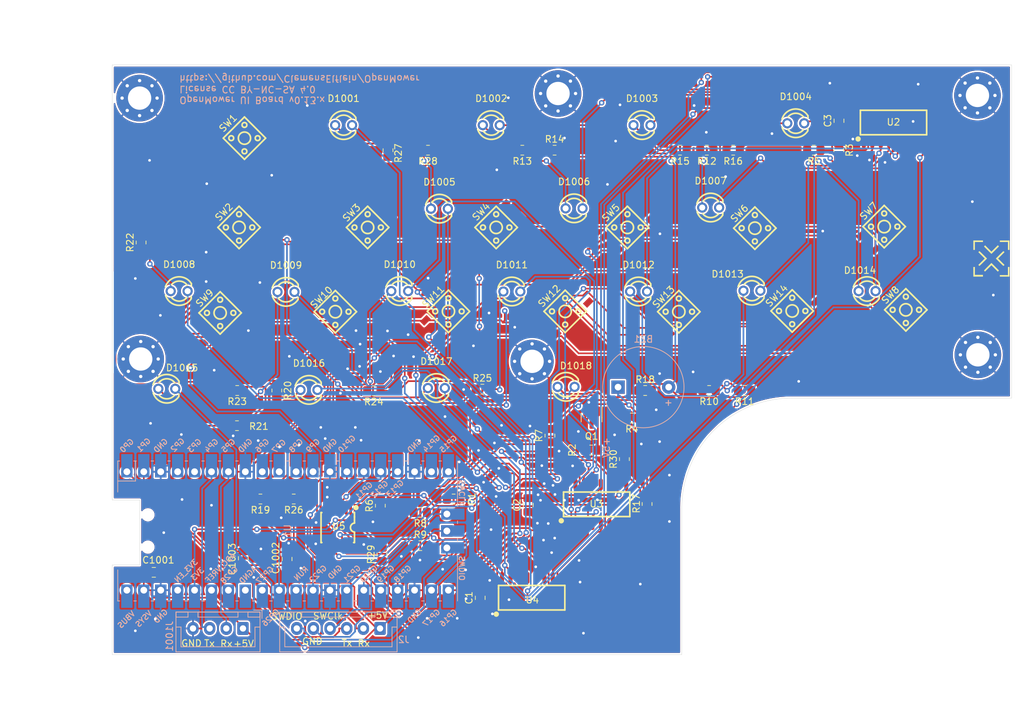
<source format=kicad_pcb>
(kicad_pcb (version 20211014) (generator pcbnew)
  (layers (0 "F.Cu" signal) (31 "B.Cu" signal) (34 "B.Paste" user) (35 "F.Paste" user) (36 "B.SilkS" user "B.Silkscreen") (37 "F.SilkS" user "F.Silkscreen") (38 "B.Mask" user) (39 "F.Mask" user) (44 "Edge.Cuts" user))
  (property "git_version" "v0.13.x")
  (net 0 "")
  (net 1 "GND")
  (net 2 "+5V")
  (net 3 "/RaspberryPico/PiCo_RX")
  (net 4 "/RaspberryPico/PiCo_TX")
  (net 5 "Net-(J2-Pad2)")
  (net 6 "Net-(J2-Pad3)")
  (net 7 "Net-(J2-Pad4)")
  (net 8 "Net-(D1001-Pad1)")
  (net 9 "Net-(J2-Pad6)")
  (net 10 "/RaspberryPico/GP15")
  (net 11 "/RaspberryPico/GP16")
  (net 12 "/RaspberryPico/GP17")
  (net 13 "/RaspberryPico/GP18")
  (net 14 "Net-(D1002-Pad1)")
  (net 15 "Net-(D1003-Pad1)")
  (net 16 "Net-(D1001-Pad2)")
  (net 17 "Net-(D1002-Pad2)")
  (net 18 "Net-(D1003-Pad2)")
  (net 19 "Net-(D1004-Pad2)")
  (net 20 "/RaspberryPico/GP19")
  (net 21 "/RaspberryPico/GP20")
  (net 22 "/RaspberryPico/GP21")
  (net 23 "Net-(D1005-Pad2)")
  (net 24 "/RaspberryPico/GP22")
  (net 26 "Net-(D1004-Pad1)")
  (net 27 "Net-(D1005-Pad1)")
  (net 29 "Net-(D1006-Pad1)")
  (net 31 "Net-(D1007-Pad1)")
  (net 34 "Net-(D1006-Pad2)")
  (net 35 "Net-(D1008-Pad1)")
  (net 36 "Net-(D1009-Pad1)")
  (net 37 "Net-(D1010-Pad1)")
  (net 38 "Net-(D1011-Pad1)")
  (net 39 "Net-(D1012-Pad1)")
  (net 40 "Net-(D1013-Pad1)")
  (net 41 "Net-(D1014-Pad1)")
  (net 42 "Net-(D1015-Pad1)")
  (net 43 "Net-(D1016-Pad1)")
  (net 44 "Net-(D1017-Pad1)")
  (net 45 "Net-(D1018-Pad1)")
  (net 46 "Net-(D1007-Pad2)")
  (net 47 "Net-(D1008-Pad2)")
  (net 48 "Net-(D1009-Pad2)")
  (net 49 "Net-(D1010-Pad2)")
  (net 50 "Net-(D1011-Pad2)")
  (net 51 "Net-(D1012-Pad2)")
  (net 52 "Net-(D1013-Pad2)")
  (net 53 "Net-(D1014-Pad2)")
  (net 54 "Net-(D1015-Pad2)")
  (net 55 "Net-(D1016-Pad2)")
  (net 56 "Net-(D1017-Pad2)")
  (net 57 "Net-(D1018-Pad2)")
  (net 58 "Net-(R3-Pad2)")
  (net 59 "Net-(R17-Pad2)")
  (net 60 "Net-(R26-Pad2)")
  (net 61 "Net-(R29-Pad1)")
  (net 62 "/LEDmux/SER")
  (net 63 "/LEDmux/RCK")
  (net 64 "/LEDmux/SRCK")
  (net 65 "Net-(U2-Pad9)")
  (net 66 "Net-(U3-Pad9)")
  (net 68 "Net-(J2-Pad5)")
  (net 73 "/RaspberryPico/GP2")
  (net 74 "/RaspberryPico/GP3")
  (net 75 "/RaspberryPico/GP6")
  (net 76 "/RaspberryPico/GP7")
  (net 77 "/RaspberryPico/GP8")
  (net 78 "/RaspberryPico/GP9")
  (net 79 "/RaspberryPico/GP14")
  (net 80 "/RaspberryPico/GP26")
  (net 81 "/RaspberryPico/GP27")
  (net 82 "/RaspberryPico/GP28")
  (net 83 "Net-(R6-Pad2)")
  (net 84 "Net-(R7-Pad2)")
  (net 85 "Net-(R8-Pad2)")
  (net 86 "Net-(R9-Pad2)")
  (net 87 "Net-(BZ1-Pad1)")
  (net 88 "Net-(Q1-Pad1)")
  (net 91 "+3.3V")
  (net 92 "/LEDmux/SRCK_3.3V")
  (net 93 "/LEDmux/RCK_3.3V")
  (net 94 "/LEDmux/SER_3.3V")
  (net 95 "/LEDmux/G_3.3V")
  (net 96 "/LEDmux/G")
  (footprint "MountingHole:MountingHole_3.5mm_Pad_Via" (layer "F.Cu") (at 69.117 64.977)
    (fp_text reference "H1001" hide)
    (fp_text value "MountingHole_Pad")
  )
  (footprint "MountingHole:MountingHole_3.5mm_Pad_Via" (layer "F.Cu") (at 131.927 64.287)
    (fp_text reference "H1006" hide)
    (fp_text value "MountingHole_Pad")
  )
  (footprint "MountingHole:MountingHole_3.5mm_Pad_Via" (layer "F.Cu") (at 194.877 64.577)
    (fp_text reference "H1002" hide)
    (fp_text value "MountingHole_Pad")
  )
  (footprint "MountingHole:MountingHole_3.5mm_Pad_Via" (layer "F.Cu") (at 69.287 104.137)
    (fp_text reference "H1003" hide)
    (fp_text value "MountingHole_Pad")
  )
  (footprint "MountingHole:MountingHole_3.5mm_Pad_Via" (layer "F.Cu") (at 128.027 104.487)
    (fp_text reference "H1004" hide)
    (fp_text value "MountingHole_Pad")
  )
  (footprint "MountingHole:MountingHole_3.5mm_Pad_Via" (layer "F.Cu") (at 194.937 103.507)
    (fp_text reference "H1005" hide)
    (fp_text value "MountingHole_Pad")
  )
  (footprint "lcsc:LED_SPACER_3mm" (layer "F.Cu") (at 133.132 108.317)
    (fp_text reference "SP01" hide)
    (fp_text value "LedSpacer")
  )
  (footprint "Resistor_SMD:R_0805_2012Metric_Pad1.20x1.40mm_HandSolder" (layer "F.Cu") (at 83.7344 114.1476 180)
    (fp_text reference "R21")
    (fp_text value "150")
  )
  (footprint "Resistor_SMD:R_0805_2012Metric_Pad1.20x1.40mm_HandSolder" (layer "F.Cu") (at 150.2316 72.7964 180)
    (fp_text reference "R15")
    (fp_text value "150")
  )
  (footprint "lcsc:SOIC-16_L10.8-W4.5-P1.27-LS6.8-BL" (layer "F.Cu") (at 137.7188 125.9332)
    (fp_text reference "U3")
    (fp_text value "TPIC6C596DRG4")
  )
  (footprint "lcsc:TSSOP-14_L5.0-W4.4-P0.65-LS6.4-BL" (layer "F.Cu") (at 98.8512 129.4356 180)
    (fp_text reference "U5")
    (fp_text value "RS0104YQ")
  )
  (footprint "Resistor_SMD:R_0805_2012Metric_Pad1.20x1.40mm_HandSolder" (layer "F.Cu") (at 105.252 126.1524 90)
    (fp_text reference "R6")
    (fp_text value "10k")
  )
  (footprint "lcsc:LED-TH_BD3.0-P2.54-FD" (layer "F.Cu") (at 161.022 93.887)
    (fp_text reference "D1013")
    (fp_text value "20mA 2V, Red")
  )
  (footprint "lcsc:LED-TH_BD3.0-P2.54-FD" (layer "F.Cu") (at 94.542 108.777)
    (fp_text reference "D1016")
    (fp_text value "20mA 2V, Red")
  )
  (footprint "lcsc:SOIC-16_L10.8-W4.5-P1.27-LS6.8-BL" (layer "F.Cu") (at 182.2704 68.6308)
    (fp_text reference "U2")
    (fp_text value "TPIC6C596DRG4")
  )
  (footprint "Resistor_SMD:R_0805_2012Metric_Pad1.20x1.40mm_HandSolder" (layer "F.Cu") (at 111.252 127.1524 180)
    (fp_text reference "R8")
    (fp_text value "10k")
  )
  (footprint "x-tech-logo:x-tech-logo" (layer "F.Cu") (at 197 89)
    (fp_text reference "G***" hide)
    (fp_text value "LOGO" hide)
  )
  (footprint "Resistor_SMD:R_0805_2012Metric_Pad1.20x1.40mm_HandSolder" (layer "F.Cu") (at 174.0568 72.7964 90)
    (fp_text reference "R3")
    (fp_text value "10k")
  )
  (footprint "lcsc:SW-SMD_4P-L4.5-W4.5-P3.00-LS7.0" (layer "F.Cu") (at 132.997 96.987 45)
    (fp_text reference "SW12")
    (fp_text value "SW_MEC_5G")
  )
  (footprint "Resistor_SMD:R_0805_2012Metric_Pad1.20x1.40mm_HandSolder" (layer "F.Cu") (at 131.4064 72.7964)
    (fp_text reference "R14")
    (fp_text value "150")
  )
  (footprint "Resistor_SMD:R_0805_2012Metric_Pad1.20x1.40mm_HandSolder" (layer "F.Cu") (at 145.288 125.8984 -90)
    (fp_text reference "R17")
    (fp_text value "10k")
  )
  (footprint "Resistor_SMD:R_0805_2012Metric_Pad1.20x1.40mm_HandSolder" (layer "F.Cu") (at 143 113 180)
    (fp_text reference "R4")
    (fp_text value "1k")
  )
  (footprint "lcsc:LED_SPACER_3mm" (layer "F.Cu") (at 144.012 94.007)
    (fp_text reference "SP02" hide)
    (fp_text value "LedSpacer")
  )
  (footprint "Capacitor_SMD:C_0805_2012Metric_Pad1.18x1.45mm_HandSolder" (layer "F.Cu") (at 174.0916 68.3768 90)
    (fp_text reference "C3")
    (fp_text value "100nF")
  )
  (footprint "lcsc:SW-SMD_4P-L4.5-W4.5-P3.00-LS7.0" (layer "F.Cu") (at 142.337 84.387 45)
    (fp_text reference "SW5")
    (fp_text value "SW_MEC_5G")
  )
  (footprint "lcsc:LED_SPACER_3mm" (layer "F.Cu") (at 94.542 108.777)
    (fp_text reference "SP03" hide)
    (fp_text value "LedSpacer")
  )
  (footprint "lcsc:LED-TH_BD3.0-P2.54-FD" (layer "F.Cu") (at 114.122 81.577)
    (fp_text reference "D1005")
    (fp_text value "20mA 2V, Red")
  )
  (footprint "Resistor_SMD:R_0805_2012Metric_Pad1.20x1.40mm_HandSolder" (layer "F.Cu") (at 154.6004 108.8644 180)
    (fp_text reference "R10")
    (fp_text value "150")
  )
  (footprint "Resistor_SMD:R_0805_2012Metric_Pad1.20x1.40mm_HandSolder" (layer "F.Cu") (at 120.5644 108.6612)
    (fp_text reference "R25")
    (fp_text value "150")
  )
  (footprint "lcsc:LED_SPACER_3mm" (layer "F.Cu") (at 144.522 69.037)
    (fp_text reference "SP04" hide)
    (fp_text value "LedSpacer")
  )
  (footprint "Resistor_SMD:R_0805_2012Metric_Pad1.20x1.40mm_HandSolder" (layer "F.Cu") (at 83.7692 108.8644 180)
    (fp_text reference "R23")
    (fp_text value "150")
  )
  (footprint "lcsc:LED_SPACER_3mm" (layer "F.Cu") (at 121.902 69.037)
    (fp_text reference "SP05" hide)
    (fp_text value "LedSpacer")
  )
  (footprint "Resistor_SMD:R_0805_2012Metric_Pad1.20x1.40mm_HandSolder" (layer "F.Cu") (at 141.8844 119.1608 90)
    (fp_text reference "R30")
    (fp_text value "10k")
  )
  (footprint "lcsc:LED-TH_BD3.0-P2.54-FD" (layer "F.Cu") (at 144.012 94.007)
    (fp_text reference "D1012")
    (fp_text value "20mA 2V, Red")
  )
  (footprint "Package_TO_SOT_SMD:SOT-23" (layer "F.Cu") (at 136.9568 112.9284 -90)
    (fp_text reference "Q1")
    (fp_text value "BSS138")
  )
  (footprint "Capacitor_SMD:C_0805_2012Metric_Pad1.18x1.45mm_HandSolder" (layer "F.Cu") (at 71.252 136.1524)
    (fp_text reference "C1001")
    (fp_text value "100nF")
  )
  (footprint "lcsc:LED-TH_BD3.0-P2.54-FD" (layer "F.Cu") (at 121.902 69.037)
    (fp_text reference "D1002")
    (fp_text value "20mA 2V, Red")
  )
  (footprint "lcsc:LED-TH_BD3.0-P2.54-FD" (layer "F.Cu") (at 134.332 81.527)
    (fp_text reference "D1006")
    (fp_text value "20mA 2V, Red")
  )
  (footprint "lcsc:LED_SPACER_3mm" (layer "F.Cu") (at 154.832 81.407)
    (fp_text reference "SP06" hide)
    (fp_text value "LedSpacer")
  )
  (footprint "lcsc:SW-SMD_4P-L4.5-W4.5-P3.00-LS7.0" (layer "F.Cu") (at 184.127 96.757 45)
    (fp_text reference "SW8")
    (fp_text value "SW_MEC_5G")
  )
  (footprint "Resistor_SMD:R_0805_2012Metric_Pad1.20x1.40mm_HandSolder" (layer "F.Cu") (at 136.906 117.8052 180)
    (fp_text reference "R2")
    (fp_text value "47k")
  )
  (footprint "Resistor_SMD:R_0805_2012Metric_Pad1.20x1.40mm_HandSolder" (layer "F.Cu") (at 69.342 86.6488 90)
    (fp_text reference "R22")
    (fp_text value "150")
  )
  (footprint "lcsc:LED_SPACER_3mm" (layer "F.Cu") (at 91.092 94.067)
    (fp_text reference "SP07" hide)
    (fp_text value "LedSpacer")
  )
  (footprint "lcsc:SW-SMD_4P-L4.5-W4.5-P3.00-LS7.0" (layer "F.Cu") (at 84.047 84.387 45)
    (fp_text reference "SW2")
    (fp_text value "SW_MEC_5G")
  )
  (footprint "lcsc:SW-SMD_4P-L4.5-W4.5-P3.00-LS7.0" (layer "F.Cu") (at 81.207 97.217 45)
    (fp_text reference "SW9")
    (fp_text value "SW_MEC_5G")
  )
  (footprint "lcsc:LED_SPACER_3mm" (layer "F.Cu") (at 134.332 81.527)
    (fp_text reference "SP08" hide)
    (fp_text value "LedSpacer")
  )
  (footprint "lcsc:SOIC-16_L10.8-W4.5-P1.27-LS6.8-BL" (layer "F.Cu") (at 127.9652 139.954)
    (fp_text reference "U4")
    (fp_text value "TPIC6C596DRG4")
  )
  (footprint "lcsc:SW-SMD_4P-L4.5-W4.5-P3.00-LS7.0" (layer "F.Cu") (at 84.857 70.987 45)
    (fp_text reference "SW1")
    (fp_text value "SW_MEC_5G")
  )
  (footprint "Resistor_SMD:R_0805_2012Metric_Pad1.20x1.40mm_HandSolder" (layer "F.Cu") (at 105.506 133.4648 90)
    (fp_text reference "R29")
    (fp_text value "10k")
  )
  (footprint "Resistor_SMD:R_0805_2012Metric_Pad1.20x1.40mm_HandSolder" (layer "F.Cu") (at 89.7128 108.8644 -90)
    (fp_text reference "R20")
    (fp_text value "150")
  )
  (footprint "lcsc:SW-SMD_4P-L4.5-W4.5-P3.00-LS7.0" (layer "F.Cu") (at 150.057 97.037 45)
    (fp_text reference "SW13")
    (fp_text value "SW_MEC_5G")
  )
  (footprint "Capacitor_SMD:C_0805_2012Metric_Pad1.18x1.45mm_HandSolder" (layer "F.Cu") (at 120.2436 139.9833 90)
    (fp_text reference "C1")
    (fp_text value "100nF")
  )
  (footprint "lcsc:LED_SPACER_3mm" (layer "F.Cu") (at 114.1434 81.4648)
    (fp_text reference "SP09" hide)
    (fp_text value "LedSpacer")
  )
  (footprint "Resistor_SMD:R_0805_2012Metric_Pad1.20x1.40mm_HandSolder" (layer "F.Cu") (at 159.9344 108.8644 180)
    (fp_text reference "R11")
    (fp_text value "150")
  )
  (footprint "lcsc:LED_SPACER_3mm" (layer "F.Cu") (at 113.662 108.497)
    (fp_text reference "SP10" hide)
    (fp_text value "LedSpacer")
  )
  (footprint "lcsc:LED-TH_BD3.0-P2.54-FD" (layer "F.Cu") (at 154.832 81.407)
    (fp_text reference "D1007")
    (fp_text value "20mA 2V, Red")
  )
  (footprint "Resistor_SMD:R_0805_2012Metric_Pad1.20x1.40mm_HandSolder" (layer "F.Cu") (at 106.4064 72.7964 90)
    (fp_text reference "R27")
    (fp_text value "150")
  )
  (footprint "lcsc:LED-TH_BD3.0-P2.54-FD" (layer "F.Cu") (at 113.662 108.497)
    (fp_text reference "D1017")
    (fp_text value "20mA 2V, Red")
  )
  (footprint "lcsc:LED-TH_BD3.0-P2.54-FD" (layer "F.Cu") (at 178.312 93.947)
    (fp_text reference "D1014")
    (fp_text value "20mA 2V, Red")
  )
  (footprint "lcsc:LED-TH_BD3.0-P2.54-FD" (layer "F.Cu") (at 108.162 93.947)
    (fp_text reference "D1010")
    (fp_text value "20mA 2V, Red")
  )
  (footprint "Resistor_SMD:R_0805_2012Metric_Pad1.20x1.40mm_HandSolder" (layer "F.Cu") (at 116.252 125.1524 180)
    (fp_text reference "R1")
    (fp_text value "1k")
  )
  (footprint "lcsc:LED_SPACER_3mm" (layer "F.Cu") (at 161.022 93.887)
    (fp_text reference "SP11" hide)
    (fp_text value "LedSpacer")
  )
  (footprint "lcsc:SW-SMD_4P-L4.5-W4.5-P3.00-LS7.0" (layer "F.Cu") (at 167.067 96.927 45)
    (fp_text reference "SW14")
    (fp_text value "SW_MEC_5G")
  )
  (footprint "Resistor_SMD:R_0805_2012Metric_Pad1.20x1.40mm_HandSolder" (layer "F.Cu") (at 130.7084 115.6368 90)
    (fp_text reference "R7")
    (fp_text value "10k")
  )
  (footprint "lcsc:LED_SPACER_3mm" (layer "F.Cu") (at 196 96 180)
    (fp_text reference "SP12" hide)
    (fp_text value "LedSpacer")
  )
  (footprint "lcsc:LED_SPACER_3mm" (layer "F.Cu") (at 124.992 94.007)
    (fp_text reference "SP13" hide)
    (fp_text value "LedSpacer")
  )
  (footprint "lcsc:LED-TH_BD3.0-P2.54-FD" (layer "F.Cu") (at 133.132 108.317)
    (fp_text reference "D1018")
    (fp_text value "20mA 2V, Red")
  )
  (footprint "lcsc:SW-SMD_4P-L4.5-W4.5-P3.00-LS7.0" (layer "F.Cu") (at 161.467 84.497 45)
    (fp_text reference "SW6")
    (fp_text value "SW_MEC_5G")
  )
  (footprint "Resistor_SMD:R_0805_2012Metric_Pad1.20x1.40mm_HandSolder" (layer "F.Cu") (at 112.4064 72.7964 180)
    (fp_text reference "R28")
    (fp_text value "150")
  )
  (footprint "lcsc:LED-TH_BD3.0-P2.54-FD" (layer "F.Cu") (at 99.742 69.037)
    (fp_text reference "D1001")
    (fp_text value "20mA 2V, Red")
  )
  (footprint "lcsc:LED-TH_BD3.0-P2.54-FD" (layer "F.Cu") (at 167.602 68.757)
    (fp_text reference "D1004")
    (fp_text value "20mA 2V, Red")
  )
  (footprint "lcsc:LED-TH_BD3.0-P2.54-FD" (layer "F.Cu") (at 75.057 93.947)
    (fp_text reference "D1008")
    (fp_text value "20mA 2V, Red")
  )
  (footprint "lcsc:LED_SPACER_3mm" (layer "F.Cu") (at 99.742 68.9864)
    (fp_text reference "SP14" hide)
    (fp_text value "LedSpacer")
  )
  (footprint "Resistor_SMD:R_0805_2012Metric_Pad1.20x1.40mm_HandSolder" (layer "F.Cu") (at 145 108.8644)
    (fp_text reference "R18")
    (fp_text value "150")
  )
  (footprint "Capacitor_SMD:C_0805_2012Metric_Pad1.18x1.45mm_HandSolder" (layer "F.Cu") (at 84.6836 134.0397 90)
    (fp_text reference "C1003")
    (fp_text value "1uF")
  )
  (footprint "lcsc:SW-SMD_4P-L4.5-W4.5-P3.00-LS7.0" (layer "F.Cu") (at 115.477 96.987 45)
    (fp_text reference "SW11")
    (fp_text value "SW_MEC_5G")
  )
  (footprint "Resistor_SMD:R_0805_2012Metric_Pad1.20x1.40mm_HandSolder" (layer "F.Cu") (at 154.2608 72.7964 180)
    (fp_text reference "R12")
    (fp_text value "150")
  )
  (footprint "Resistor_SMD:R_0805_2012Metric_Pad1.20x1.40mm_HandSolder" (layer "F.Cu") (at 87.252 125.1524 180)
    (fp_text reference "R19")
    (fp_text value "150")
  )
  (footprint "Resistor_SMD:R_0805_2012Metric_Pad1.20x1.40mm_HandSolder" (layer "F.Cu") (at 111.252 132.1524)
    (fp_text reference "R9")
    (fp_text value "10k")
  )
  (footprint "lcsc:LED_SPACER_3mm" (layer "F.Cu") (at 73.202 108.607)
    (fp_text reference "SP15" hide)
    (fp_text value "LedSpacer")
  )
  (footprint "Capacitor_SMD:C_0805_2012Metric_Pad1.18x1.45mm_HandSolder" (layer "F.Cu") (at 91.252 134.1524 90)
    (fp_text reference "C1002")
    (fp_text value "100nF")
  )
  (footprint "Resistor_SMD:R_0805_2012Metric_Pad1.20x1.40mm_HandSolder" (layer "F.Cu") (at 92.252 125.1524 180)
    (fp_text reference "R26")
    (fp_text value "10k")
  )
  (footprint "lcsc:LED-TH_BD3.0-P2.54-FD" (layer "F.Cu") (at 73.202 108.607)
    (fp_text reference "D1015")
    (fp_text value "20mA 2V, Red")
  )
  (footprint "lcsc:LED-TH_BD3.0-P2.54-FD" (layer "F.Cu") (at 124.992 94.007)
    (fp_text reference "D1011")
    (fp_text value "20mA 2V, Red")
  )
  (footprint "Capacitor_SMD:C_0805_2012Metric_Pad1.18x1.45mm_HandSolder" (layer "F.Cu") (at 127.4572 126.0563 90)
    (fp_text reference "C2")
    (fp_text value "100nF")
  )
  (footprint "Resistor_SMD:R_0805_2012Metric_Pad1.20x1.40mm_HandSolder" (layer "F.Cu") (at 104.2764 108.9152 180)
    (fp_text reference "R24")
    (fp_text value "150")
  )
  (footprint "lcsc:LED-TH_BD3.0-P2.54-FD" (layer "F.Cu") (at 91.092 94.067)
    (fp_text reference "D1009")
    (fp_text value "20mA 2V, Red")
  )
  (footprint "Resistor_SMD:R_0805_2012Metric_Pad1.20x1.40mm_HandSolder" (layer "F.Cu") (at 126.5588 72.7964 180)
    (fp_text reference "R13")
    (fp_text value "150")
  )
  (footprint "lcsc:LED_SPACER_3mm" (layer "F.Cu") (at 167.602 68.757)
    (fp_text reference "SP16" hide)
    (fp_text value "LedSpacer")
  )
  (footprint "lcsc:SW-SMD_4P-L4.5-W4.5-P3.00-LS7.0" (layer "F.Cu") (at 98.497 97.037 45)
    (fp_text reference "SW10")
    (fp_text value "SW_MEC_5G")
  )
  (footprint "Resistor_SMD:R_0805_2012Metric_Pad1.20x1.40mm_HandSolder" (layer "F.Cu") (at 158.2072 72.7964 180)
    (fp_text reference "R16")
    (fp_text value "150")
  )
  (footprint "lcsc:LED_SPACER_3mm" (layer "F.Cu") (at 75.057 93.947)
    (fp_text reference "SP17" hide)
    (fp_text value "LED_SPACER_3mm")
  )
  (footprint "lcsc:SW-SMD_4P-L4.5-W4.5-P3.00-LS7.0" (layer "F.Cu") (at 180.877 84.267 45)
    (fp_text reference "SW7")
    (fp_text value "SW_MEC_5G")
  )
  (footprint "lcsc:SW-SMD_4P-L4.5-W4.5-P3.00-LS7.0" (layer "F.Cu") (at 103.347 84.387 45)
    (fp_text reference "SW3")
    (fp_text value "SW_MEC_5G")
  )
  (footprint "lcsc:LED_SPACER_3mm" (layer "F.Cu") (at 108.204 93.8784)
    (fp_text reference "SP18" hide)
    (fp_text value "LED_SPACER_3mm")
  )
  (footprint "lcsc:LED_SPACER_3mm" (layer "F.Cu") (at 178.312 93.947)
    (fp_text reference "SP20" hide)
    (fp_text value "LED_SPACER_3mm")
  )
  (footprint "Resistor_SMD:R_0805_2012Metric_Pad1.20x1.40mm_HandSolder" (layer "F.Cu") (at 170.3136 72.7964 180)
    (fp_text reference "R5")
    (fp_text value "150")
  )
  (footprint "lcsc:LED-TH_BD3.0-P2.54-FD" (layer "F.Cu") (at 144.522 69.037)
    (fp_text reference "D1003")
    (fp_text value "20mA 2V, Red")
  )
  (footprint "lcsc:SW-SMD_4P-L4.5-W4.5-P3.00-LS7.0" (layer "F.Cu") (at 122.637 84.387 45)
    (fp_text reference "SW4")
    (fp_text value "SW_MEC_5G")
  )
  (footprint "Connector_JST:JST_XH_B4B-XH-A_1x04_P2.50mm_Vertical" (layer "B.Cu") (at 84.6328 144.5768 180)
    (fp_text reference "J1001")
    (fp_text value "Conn_01x04_Male")
  )
  (footprint "Buzzer_Beeper:Buzzer_12x9.5RM7.6" (layer "B.Cu") (at 140.9292 108.3564)
    (fp_text reference "BZ1")
    (fp_text value "Buzzer")
  )
  (footprint "Connector_JST:JST_XH_B6B-XH-A_1x06_P2.50mm_Vertical" (layer "B.Cu") (at 105.2068 144.5768 180)
    (fp_text reference "J2")
    (fp_text value "Conn_01x06_Male")
  )
  (footprint "ene9ba_footprint:RPi_Pico_SMD_TH" (layer "B.Cu") (at 91.3384 129.9464 -90)
    (fp_text reference "U1")
    (fp_text value "Raspberry-Pico")
  )
  (gr_line (start 65 148.5) (end 150.5 148.5) (layer "Edge.Cuts") (width 0.05))
  (gr_line (start 200 110) (end 167 110) (layer "Edge.Cuts") (width 0.05))
  (gr_line (start 65 148.5) (end 64.9986 135.0518) (layer "Edge.Cuts") (width 0.05))
  (gr_line (start 69.1134 125.2982) (end 69.1134 135.0518) (layer "Edge.Cuts") (width 0.05))
  (gr_line (start 65 60) (end 200 60) (layer "Edge.Cuts") (width 0.05))
  (gr_line (start 150.5 148.5) (end 150.5 126.5) (layer "Edge.Cuts") (width 0.05))
  (gr_line (start 69.1134 135.0518) (end 64.9986 135.0518) (layer "Edge.Cuts") (width 0.05))
  (gr_arc (start 150.5 126.5) (mid 155.332738 114.832738) (end 167 110) (layer "Edge.Cuts") (width 0.05))
  (gr_line (start 69.1134 125.2982) (end 64.9986 125.2982) (layer "Edge.Cuts") (width 0.05))
  (gr_line (start 200 60) (end 200 110) (layer "Edge.Cuts") (width 0.05))
  (gr_line (start 64.9986 125.2982) (end 65 60) (layer "Edge.Cuts") (width 0.05))
  (gr_text "OpenMower UI Board ${git_version}\nLicense CC BY-NC-SA 4.0\nhttps://github.com/ClemensElflein/OpenMower" (at 75.012952 63.657 180) (layer "B.SilkS") (effects (font (size 1 1)) (justify left mirror)))
  (gr_text "+5V" (at 139.177 117.437 90) (layer "B.SilkS") (effects (font (size 1 1)) (justify mirror)))
  (gr_text "Rx" (at 82.1436 146.8628) (layer "F.SilkS") (effects (font (size 1 1))))
  (gr_text "Rx" (at 102.7684 146.812) (layer "F.SilkS") (effects (font (size 1 1))))
  (gr_text "Tx" (at 79.6036 146.812) (layer "F.SilkS") (effects (font (size 1 1))))
  (gr_text "+5V" (at 84.7344 146.8628) (layer "F.SilkS") (effects (font (size 1 1))))
  (gr_text "Tx" (at 100.2284 146.7612) (layer "F.SilkS") (effects (font (size 1 1))))
  (gr_text "+5V" (at 104.8512 142.5956) (layer "F.SilkS") (effects (font (size 1 1))))
  (gr_text "GND" (at 95.0468 146.5072) (layer "F.SilkS") (effects (font (size 1 1))))
  (gr_text "GND" (at 76.9112 146.812) (layer "F.SilkS") (effects (font (size 1 1))))
  (gr_text "SWClk" (at 97.3836 142.6972) (layer "F.SilkS") (effects (font (size 1 1))))
  (gr_text "SWDIO" (at 91.2368 142.748) (layer "F.SilkS") (effects (font (size 1 1))))
  (via (at 117.094 119.583) (size 0.8) (drill 0.4) (layers "F.Cu" "B.Cu") (net 1))
  (via (at 130.454 128.829) (size 0.8) (drill 0.4) (layers "F.Cu" "B.Cu") (net 1))
  (via (at 134.112 120.1787) (size 0.8) (drill 0.4) (layers "F.Cu" "B.Cu") (net 1))
  (via (at 130.962 133.198) (size 0.8) (drill 0.4) (layers "F.Cu" "B.Cu") (net 1))
  (via (at 129.489 120.142) (size 0.8) (drill 0.4) (layers "F.Cu" "B.Cu") (net 1))
  (via (at 85.4456 99.8728) (size 0.8) (drill 0.4) (layers "F.Cu" "B.Cu") (net 1))
  (via (at 131.42 131.013) (size 0.8) (drill 0.4) (layers "F.Cu" "B.Cu") (net 1))
  (via (at 168.046 107.493) (size 0.8) (drill 0.4) (layers "F.Cu" "B.Cu") (net 1))
  (via (at 102.768 131.978) (size 0.8) (drill 0.4) (layers "F.Cu" "B.Cu") (net 1))
  (via (at 152.197 106.07) (size 0.8) (drill 0.4) (layers "F.Cu" "B.Cu") (net 1))
  (via (at 144.4244 116.8908) (size 0.8) (drill 0.4) (layers "F.Cu" "B.Cu") (net 1))
  (via (at 112.268 143.053) (size 0.8) (drill 0.4) (layers "F.Cu" "B.Cu") (net 1))
  (via (at 111.1 116.383) (size 0.8) (drill 0.4) (layers "F.Cu" "B.Cu") (net 1))
  (via (at 72.2376 97.5868) (size 0.8) (drill 0.4) (layers "F.Cu" "B.Cu") (net 1))
  (via (at 123.444 114.097) (size 0.8) (drill 0.4) (layers "F.Cu" "B.Cu") (net 1))
  (via (at 154.178 70.104) (size 0.8) (drill 0.4) (layers "F.Cu" "B.Cu") (net 1))
  (via (at 117.7544 108.712) (size 0.8) (drill 0.4) (layers "F.Cu" "B.Cu") (net 1))
  (via (at 122.377 116.738) (size 0.8) (drill 0.4) (layers "F.Cu" "B.Cu") (net 1))
  (via (at 95.6056 128.6764) (size 0.8) (drill 0.4) (layers "F.Cu" "B.Cu") (net 1))
  (via (at 135.738 145.288) (size 0.8) (drill 0.4) (layers "F.Cu" "B.Cu") (net 1))
  (via (at 146.6596 111.76) (size 0.8) (drill 0.4) (layers "F.Cu" "B.Cu") (net 1))
  (via (at 148.641 128.524) (size 0.8) (drill 0.4) (layers "F.Cu" "B.Cu") (net 1))
  (via (at 79.1097 88.098829) (size 0.8) (drill 0.4) (layers "F.Cu" "B.Cu") (net 1))
  (via (at 110.947 145.948) (size 0.8) (drill 0.4) (layers "F.Cu" "B.Cu") (net 1))
  (via (at 134.976 115.011) (size 0.8) (drill 0.4) (layers "F.Cu" "B.Cu") (net 1))
  (via (at 122.733 75.7428) (size 0.8) (drill 0.4) (layers "F.Cu" "B.Cu") (net 1))
  (via (at 128.575 135.331) (size 0.8) (drill 0.4) (layers "F.Cu" "B.Cu") (net 1))
  (via (at 88.9508 76.5556) (size 0.8) (drill 0.4) (layers "F.Cu" "B.Cu") (net 1))
  (via (at 132.893 70.9676) (size 0.8) (drill 0.4) (layers "F.Cu" "B.Cu") (net 1))
  (via (at 75.4888 125.222) (size 0.8) (drill 0.4) (layers "F.Cu" "B.Cu") (net 1))
  (via (at 124.562 140.259) (size 0.8) (drill 0.4) (layers "F.Cu" "B.Cu") (net 1))
  (via (at 116.789 143.053) (size 0.8) (drill 0.4) (layers "F.Cu" "B.Cu") (net 1))
  (via (at 132.893 125.324) (size 0.8) (drill 0.4) (layers "F.Cu" "B.Cu") (net 1))
  (via (at 141.224 65.9892) (size 0.8) (drill 0.4) (layers "F.Cu" "B.Cu") (net 1))
  (via (at 135.026 125.324) (size 0.8) (drill 0.4) (layers "F.Cu" "B.Cu") (net 1))
  (via (at 91.5924 103.734) (size 0.8) (drill 0.4) (layers "F.Cu" "B.Cu") (net 1))
  (via (at 102.362 116.332) (size 0.8) (drill 0.4) (layers "F.Cu" "B.Cu") (net 1))
  (via (at 123.038 120.548) (size 0.8) (drill 0.4) (layers "F.Cu" "B.Cu") (net 1))
  (via (at 102.2096 101.9048) (size 0.8) (drill 0.4) (layers "F.Cu" "B.Cu") (net 1))
  (via (at 79.8068 135.636) (size 0.8) (drill 0.4) (layers "F.Cu" "B.Cu") (net 1))
  (via (at 87.3252 132.639) (size 0.8) (drill 0.4) (layers "F.Cu" "B.Cu") (net 1))
  (via (at 80.3148 105.816) (size 0.8) (drill 0.4) (layers "F.Cu" "B.Cu") (net 1))
  (via (at 104.14 128.575) (size 0.8) (drill 0.4) (layers "F.Cu" "B.Cu") (net 1))
  (via (at 110.236 103.7844) (size 0.8) (drill 0.4) (layers "F.Cu" "B.Cu") (net 1))
  (via (at 68.4784 92.0496) (size 0.8) (drill 0.4) (layers "F.Cu" "B.Cu") (net 1))
  (via (at 131.465 124.466) (size 0.8) (drill 0.4) (layers "F.Cu" "B.Cu") (net 1))
  (via (at 129.839 122.84) (size 0.8) (drill 0.4) (layers "F.Cu" "B.Cu") (net 1))
  (via (at 79.9084 126.086) (size 0.8) (drill 0.4) (layers "F.Cu" "B.Cu") (net 1))
  (via (at 114.96 112.776) (size 0.8) (drill 0.4) (layers "F.Cu" "B.Cu") (net 1))
  (via (at 128.93 124.511) (size 0.8) (drill 0.4) (layers "F.Cu" "B.Cu") (net 1))
  (via (at 96.3168 114.402) (size 0.8) (drill 0.4) (layers "F.Cu" "B.Cu") (net 1))
  (via (at 178.664 74.2696) (size 0.8) (drill 0.4) (layers "F.Cu" "B.Cu") (net 1))
  (via (at 83.1596 115.672) (size 0.8) (drill 0.4) (layers "F.Cu" "B.Cu") (net 1))
  (via (at 176.835 73.6092) (size 0.8) (drill 0.4) (layers "F.Cu" "B.Cu") (net 1))
  (via (at 121.869 129.743) (size 0.8) (drill 0.4) (layers "F.Cu" "B.Cu") (net 1))
  (via (at 119.99 117.856) (size 0.8) (drill 0.4) (layers "F.Cu" "B.Cu") (net 1))
  (via (at 96.9772 116.078) (size 0.8) (drill 0.4) (layers "F.Cu" "B.Cu") (net 1))
  (via (at 109.4232 100.4824) (size 0.8) (drill 0.4) (layers "F.Cu" "B.Cu") (net 1))
  (via (at 70.7644 113.792) (size 0.8) (drill 0.4) (layers "F.Cu" "B.Cu") (net 1))
  (via (at 93.3196 135.534) (size 0.8) (drill 0.4) (layers "F.Cu" "B.Cu") (net 1))
  (via (at 147.2184 85.344) (size 0.8) (drill 0.4) (layers "F.Cu" "B.Cu") (net 1))
  (via (at 95.5548 131.8768) (size 0.8) (drill 0.4) (layers "F.Cu" "B.Cu") (net 1))
  (via (at 172.72 62.738) (size 0.8) (drill 0.4) (layers "F.Cu" "B.Cu") (net 1))
  (via (at 71.4756 143.154) (size 0.8) (drill 0.4) (layers "F.Cu" "B.Cu") (net 1))
  (via (at 105.258 106.02) (size 0.8) (drill 0.4) (layers "F.Cu" "B.Cu") (net 1))
  (via (at 100.335448 105.5991) (size 0.8) (drill 0.4) (layers "F.Cu" "B.Cu") (net 1))
  (via (at 86.9188 116.383) (size 0.8) (drill 0.4) (layers "F.Cu" "B.Cu") (net 1))
  (via (at 152.349 66.0908) (size 0.8) (drill 0.4) (layers "F.Cu" "B.Cu") (net 1))
  (via (at 129.743 131.318) (size 0.8) (drill 0.4) (layers "F.Cu" "B.Cu") (net 1))
  (via (at 128.829 128.778) (size 0.8) (drill 0.4) (layers "F.Cu" "B.Cu") (net 1))
  (via (at 72.7456 130.2) (size 0.8) (drill 0.4) (layers "F.Cu" "B.Cu") (net 1))
  (via (at 111.201 134.315) (size 0.8) (drill 0.4) (layers "F.Cu" "B.Cu") (net 1))
  (via (at 114.605 135.687) (size 0.8) (drill 0.4) (layers "F.Cu" "B.Cu") (net 1))
  (via (at 79.1097 92.511267) (size 0.8) (drill 0.4) (layers "F.Cu" "B.Cu") (net 1))
  (via (at 137.82 125.273) (size 0.8) (drill 0.4) (layers "F.Cu" "B.Cu") (net 1))
  (via (at 131.166 123.102) (size 0.8) (drill 0.4) (layers "F.Cu" "B.Cu") (net 1))
  (via (at 94.2848 66.0908) (size 0.8) (drill 0.4) (layers "F.Cu" "B.Cu") (net 1))
  (via (at 139.344 77.9272) (size 0.8) (drill 0.4) (layers "F.Cu" "B.Cu") (net 1))
  (via (at 122.631 124.765) (size 0.8) (drill 0.4) (layers "F.Cu" "B.Cu") (net 1))
  (via (at 185.979 62.8904) (size 0.8) (drill 0.4) (layers "F.Cu" "B.Cu") (net 1))
  (via (at 197.256 94.5388) (size 0.8) (drill 0.4) (layers "F.Cu" "B.Cu") (net 1))
  (via (at 79.1972 77.8256) (size 0.8) (drill 0.4) (layers "F.Cu" "B.Cu") (net 1))
  (via (at 99.2632 109.271) (size 0.8) (drill 0.4) (layers "F.Cu" "B.Cu") (net 1))
  (via (at 118.059 135.788) (size 0.8) (drill 0.4) (layers "F.Cu" "B.Cu") (net 1))
  (via (at 107.2388 103.6828) (size 0.8) (drill 0.4) (layers "F.Cu" "B.Cu") (net 1))
  (via (at 91.4908 131.775) (size 0.8) (drill 0.4) (layers "F.Cu" "B.Cu") (net 1))
  (via (at 90.1192 117.348) (size 0.8) (drill 0.4) (layers "F.Cu" "B.Cu") (net 1))
  (via (at 121.666 137.363) (size 0.8) (drill 0.4) (layers "F.Cu" "B.Cu") (net 1))
  (via (at 108.4072 133.7564) (size 0.8) (drill 0.4) (layers "F.Cu" "B.Cu") (net 1))
  (via (at 97.282 123.393) (size 0.8) (drill 0.4) (layers "F.Cu" "B.Cu") (net 1))
  (via (at 117.089272 123.834991) (size 0.8) (drill 0.4) (layers "F.Cu" "B.Cu") (net 1))
  (via (at 176.174 71.12) (size 0.8) (drill 0.4) (layers "F.Cu" "B.Cu") (net 1))
  (via (at 87.1728 92.6592) (size 0.8) (drill 0.4) (layers "F.Cu" "B.Cu") (net 1))
  (via (at 120.752 122.631) (size 0.8) (drill 0.4) (layers "F.Cu" "B.Cu") (net 1))
  (via (at 125.4252 99.3648) (size 0.8) (drill 0.4) (layers "F.Cu" "B.Cu") (net 1))
  (via (at 119.2276 102.1588) (size 0.8) (drill 0.4) (layers "F.Cu" "B.Cu") (net 1))
  (via (at 129.292 125.3395) (size 0.8) (drill 0.4) (layers "F.Cu" "B.Cu") (net 1))
  (via (at 140.4112 115.5192) (size 0.8) (drill 0.4) (layers "F.Cu" "B.Cu") (net 1))
  (via (at 144.272 137.922) (size 0.8) (drill 0.4) (layers "F.Cu" "B.Cu") (net 1))
  (via (at 136.55 110.642) (size 0.8) (drill 0.4) (layers "F.Cu" "B.Cu") (net 1))
  (via (at 147.1676 116.5352) (size 0.8) (drill 0.4) (layers "F.Cu" "B.Cu") (net 1))
  (via (at 157.074 76.7588) (size 0.8) (drill 0.4) (layers "F.Cu" "B.Cu") (net 1))
  (via (at 124.46 64.9224) (size 0.8) (drill 0.4) (layers "F.Cu" "B.Cu") (net 1))
  (via (at 185.217 68.4784) (size 0.8) (drill 0.4) (layers "F.Cu" "B.Cu") (net 1))
  (via (at 93.0656 117.043) (size 0.8) (drill 0.4) (layers "F.Cu" "B.Cu") (net 1))
  (via (at 147.168 106.324) (size 0.8) (drill 0.4) (layers "F.Cu" "B.Cu") (net 1))
  (via (at 86.2584 136.906) (size 0.8) (drill 0.4) (layers "F.Cu" "B.Cu") (net 1))
  (via (at 122.072 142.392) (size 0.8) (drill 0.4) (layers "F.Cu" "B.Cu") (net 1))
  (via (at 135.23 137.617) (size 0.8) (drill 0.4) (layers "F.Cu" "B.Cu") (net 1))
  (via (at 68.4784 144.932) (size 0.8) (drill 0.4) (layers "F.Cu" "B.Cu") (net 1))
  (via (at 148.641 121.564) (size 0.8) (drill 0.4) (layers "F.Cu" "B.Cu") (net 1))
  (via (at 140.564 71.4248) (size 0.8) (drill 0.4) (layers "F.Cu" "B.Cu") (net 1))
  (via (at 194.107 80.518) (size 0.8) (drill 0.4) (layers "F.Cu" "B.Cu") (net 1))
  (via (at 101.498 114.402) (size 0.8) (drill 0.4) (layers "F.Cu" "B.Cu") (net 1))
  (via (at 127.711 114.198) (size 0.8) (drill 0.4) (layers "F.Cu" "B.Cu") (net 1))
  (via (at 97.282 124.866) (size 0.8) (drill 0.4) (layers "F.Cu" "B.Cu") (net 1))
  (via (at 112.4204 91.9988) (size 0.8) (drill 0.4) (layers "F.Cu" "B.Cu") (net 1))
  (via (at 93.98 143.4592) (size 0.8) (drill 0.4) (layers "F.Cu" "B.Cu") (net 1))
  (via (at 132.08 117.958) (size 0.8) (drill 0.4) (layers "F.Cu" "B.Cu") (net 1))
  (via (at 90.3732 127.965) (size 0.8) (drill 0.4) (layers "F.Cu" "B.Cu") (net 1))
  (via (at 135.077 134.366) (size 0.8) (drill 0.4) (layers "F.Cu" "B.Cu") (net 1))
  (via (at 102.139 105.238) (size 0.8) (drill 0.4) (layers "F.Cu" "B.Cu") (net 1))
  (via (at 164.033 70.3072) (size 0.8) (drill 0.4) (layers "F.Cu" "B.Cu") (net 1))
  (via (at 75.3872 115.468) (size 0.8) (drill 0.4) (layers "F.Cu" "B.Cu") (net 1))
  (via (at 121.5644 97.2312) (size 0.8) (drill 0.4) (layers "F.Cu" "B.Cu") (net 1))
  (via (at 181 74.6252) (size 0.8) (drill 0.4) (layers "F.Cu" "B.Cu") (net 1))
  (via (at 118.11 140.106) (size 0.8) (drill 0.4) (layers "F.Cu" "B.Cu") (net 1))
  (via (at 70.612 74.3204) (size 0.8) (drill 0.4) (layers "F.Cu" "B.Cu") (net 1))
  (via (at 101.6 99.8728) (size 0.8) (drill 0.4) (layers "F.Cu" "B.Cu") (net 1))
  (via (at 171.6532 84.936003) (size 0.8) (drill 0.4) (layers "F.Cu" "B.Cu") (net 1))
  (via (at 106.3244 99.9236) (size 0.8) (drill 0.4) (layers "F.Cu" "B.Cu") (net 1))
  (segment (start 113.4062 72.7962) (end 114.403 71.7997) (width 0.25) (layer "F.Cu") (net 2))
  (segment (start 113.406 73.7649) (end 113.406 72.7964) (width 0.25) (layer "F.Cu") (net 2))
  (segment (start 95.7442 126.973) (end 98.5454 129.774) (width 0.25) (layer "F.Cu") (net 2))
  (segment (start 70.8508 107.912) (end 71.2064 107.557) (width 0.25) (layer "F.Cu") (net 2))
  (segment (start 118.898 134.615) (end 117.505 134.615) (width 0.25) (layer "F.Cu") (net 2))
  (segment (start 98.5012 107.188) (end 98.1823 107.5069) (width 0.25) (layer "F.Cu") (net 2))
  (segment (start 101.354 138.37) (end 100.694 137.711) (width 0.25) (layer "F.Cu") (net 2))
  (segment (start 95.7442 125.152) (end 93.252 125.152) (width 0.25) (layer "F.Cu") (net 2))
  (segment (start 173.057 71.8203) (end 173.057 70.4491) (width 0.25) (layer "F.Cu") (net 2))
  (segment (start 105.2764 108.915) (end 107.989 108.915) (width 0.25) (layer "F.Cu") (net 2))
  (segment (start 88.0199 108.302) (end 88.0199 110.862) (width 0.25) (layer "F.Cu") (net 2))
  (segment (start 114.053 138.067) (end 114.053 139.302) (width 0.25) (layer "F.Cu") (net 2))
  (segment (start 91.1393 135.077) (end 84.6836 135.077) (width 0.25) (layer "F.Cu") (net 2))
  (segment (start 84.7692 108.864) (end 85.3317 108.302) (width 0.25) (layer "F.Cu") (net 2))
  (segment (start 141.884 118.161) (end 141.884 117.357) (width 0.25) (layer "F.Cu") (net 2))
  (segment (start 144 108.864) (end 144.4925 108.372) (width 0.25) (layer "F.Cu") (net 2))
  (segment (start 83.4614 107.557) (end 84.7692 108.864) (width 0.25) (layer "F.Cu") (net 2))
  (segment (start 150.255 73.7733) (end 151.2318 72.7966) (width 0.25) (layer "F.Cu") (net 2))
  (segment (start 128.092 127.728) (end 133.269 127.728) (width 0.25) (layer "F.Cu") (net 2))
  (segment (start 88.4574 107.864) (end 88.0199 108.302) (width 0.25) (layer "F.Cu") (net 2))
  (segment (start 131.383 73.7733) (end 148.882 73.7733) (width 0.25) (layer "F.Cu") (net 2))
  (segment (start 155.6 109.851) (end 159.947 109.851) (width 0.25) (layer "F.Cu") (net 2))
  (segment (start 158.219 73.7847) (end 159.207 72.7964) (width 0.25) (layer "F.Cu") (net 2))
  (segment (start 124.001 129.512) (end 118.898 134.615) (width 0.25) (layer "F.Cu") (net 2))
  (segment (start 98.8134 122.181) (end 96.2586 122.181) (width 0.25) (layer "F.Cu") (net 2))
  (segment (start 145.288 114.817) (end 143.817 114.817) (width 0.25) (layer "F.Cu") (net 2))
  (segment (start 100.801 131.11) (end 100.801 131.673) (width 0.25) (layer "F.Cu") (net 2))
  (segment (start 107.989 108.915) (end 109.448 107.457) (width 0.25) (layer "F.Cu") (net 2))
  (segment (start 71.2064 107.557) (end 83.4614 107.557) (width 0.25) (layer "F.Cu") (net 2))
  (segment (start 95.7442 125.152) (end 95.7442 126.973) (width 0.25) (layer "F.Cu") (net 2))
  (segment (start 155.486 109.966) (end 155.6 109.851) (width 0.25) (layer "F.Cu") (net 2))
  (segment (start 92.2634 133.953) (end 91.1393 135.077) (width 0.25) (layer "F.Cu") (net 2))
  (segment (start 127.862 129.845) (end 127.818 129.8009) (width 0.25) (layer "F.Cu") (net 2))
  (segment (start 142.866 110.299) (end 137.974 110.299) (width 0.25) (layer "F.Cu") (net 2))
  (segment (start 69.342 87.6488) (end 65.5028 91.488) (width 0.25) (layer "F.Cu") (net 2))
  (segment (start 144.985 107.88) (end 148.052 107.88) (width 0.25) (layer "F.Cu") (net 2))
  (segment (start 71.2954 139.962) (end 80.2207 139.962) (width 0.25) (layer "F.Cu") (net 2))
  (segment (start 133.269 127.728) (end 133.269 128.129) (width 0.25) (layer "F.Cu") (net 2))
  (segment (start 151.232 72.7964) (end 152.257 71.771) (width 0.25) (layer "F.Cu") (net 2))
  (segment (start 98.8169 112.657) (end 98.8169 122.178) (width 0.25) (layer "F.Cu") (net 2))
  (segment (start 90.6586 124.146) (end 89.6653 125.14) (width 0.25) (layer "F.Cu") (net 2))
  (segment (start 144.4924 108.372) (end 144 108.8644) (width 0.25) (layer "F.Cu") (net 2))
  (segment (start 146.336 113.769) (end 142.866 110.299) (width 0.25) (layer "F.Cu") (net 2))
  (segment (start 86.3772 112.505) (end 84.7344 114.148) (width 0.25) (layer "F.Cu") (net 2))
  (segment (start 145.288 114.817) (end 145.288 124.898) (width 0.25) (layer "F.Cu") (net 2))
  (segment (start 89.7128 107.864) (end 88.4574 107.864) (width 0.25) (layer "F.Cu") (net 2))
  (segment (start 146.336 113.769) (end 150.139 109.966) (width 0.25) (layer "F.Cu") (net 2))
  (segment (start 136.671 109.562) (end 136.461 109.772) (width 0.25) (layer "F.Cu") (net 2))
  (segment (start 70.8735 139.54) (end 71.2954 139.962) (width 0.25) (layer "F.Cu") (net 2))
  (segment (start 109.905 73.7964) (end 111.252 75.1442) (width 0.25) (layer "F.Cu") (net 2))
  (segment (start 148.882 73.7733) (end 150.255 73.7733) (width 0.25) (layer "F.Cu") (net 2))
  (segment (start 101.354 141.208) (end 101.354 138.37) (width 0.25) (layer "F.Cu") (net 2))
  (segment (start 65.5028 105.762) (end 67.6532 107.912) (width 0.25) (layer "F.Cu") (net 2))
  (segment (start 123.515 141.749) (end 122.787 141.021) (width 0.25) (layer "F.Cu") (net 2))
  (segment (start 106.897 107.294) (end 106.897 105.583) (width 0.25) (layer "F.Cu") (net 2))
  (segment (start 127.399 130.889) (end 127.194 130.889) (width 0.25) (layer "F.Cu") (net 2))
  (segment (start 141.884 117.357) (end 141.884 113.446) (width 0.25) (layer "F.Cu") (net 2))
  (segment (start 104.2693 102.8693) (end 106.897 105.497) (width 0.25) (layer "F.Cu") (net 2))
  (segment (start 102.9786 110.751) (end 99.4156 107.188) (width 0.25) (layer "F.Cu") (net 2))
  (segment (start 171.314 72.7964) (end 173.057 72.7964) (width 0.25) (layer "F.Cu") (net 2))
  (segment (start 105.276 108.915) (end 106.897 107.294) (width 0.25) (layer "F.Cu") (net 2))
  (segment (start 127.53 129.512) (end 124.001 129.512) (width 0.25) (layer "F.Cu") (net 2))
  (segment (start 96.3604 102.8693) (end 104.2693 102.8693) (width 0.25) (layer "F.Cu") (net 2))
  (segment (start 176.809 69.4143) (end 177.82 70.4257) (width 0.25) (layer "F.Cu") (net 2))
  (segment (start 114.053 139.302) (end 111.008 142.348) (width 0.25) (layer "F.Cu") (net 2))
  (segment (start 141.8844 117.3574) (end 141.8844 118.1608) (width 0.25) (layer "F.Cu") (net 2))
  (segment (start 130.4062 72.7966) (end 131.383 73.7733) (width 0.25) (layer "F.Cu") (net 2))
  (segment (start 95.5341 102.043) (end 96.3604 102.8693) (width 0.25) (layer "F.Cu") (net 2))
  (segment (start 70.2143 136.1522) (end 69.7484 136.618) (width 0.25) (layer "F.Cu") (net 2))
  (segment (start 117.505 134.615) (end 114.053 138.067) (width 0.25) (layer "F.Cu") (net 2))
  (segment (start 174.092 69.4143) (end 176.809 69.4143) (width 0.25) (layer "F.Cu") (net 2))
  (segment (start 127.818 129.8) (end 127.818 129.8009) (width 0.25) (layer "F.Cu") (net 2))
  (segment (start 148.529 108.356) (end 150.139 109.966) (width 0.25) (layer "F.Cu") (net 2))
  (segment (start 143.817 114.817) (end 142 113) (width 0.25) (layer "F.Cu") (net 2))
  (segment (start 120.675 109.772) (end 119.5643 108.6613) (width 0.25) (layer "F.Cu") (net 2))
  (segment (start 69.7484 136.618) (end 69.7484 138.836) (width 0.25) (layer "F.Cu") (net 2))
  (segment (start 131.553 129.845) (end 127.862 129.845) (width 0.25) (layer "F.Cu") (net 2))
  (segment (start 127.457 127.094) (end 128.092 127.728) (width 0.25) (layer "F.Cu") (net 2))
  (segment (start 117.475 110.751) (end 102.9786 110.751) (width 0.25) (layer "F.Cu") (net 2))
  (segment (start 95.5341 102.043) (end 89.7128 107.864) (width 0.25) (layer "F.Cu") (net 2))
  (segment (start 93.252 125.152) (end 92.2461 124.146) (width 0.25) (layer "F.Cu") (net 2))
  (segment (start 95.7442 122.696) (end 95.7442 125.152) (width 0.25) (layer "F.Cu") (net 2))
  (segment (start 69.7484 138.836) (end 70.8735 138.836) (width 0.25) (layer "F.Cu") (net 2))
  (segment (start 137.236 109.562) (end 136.671 109.562) (width 0.25) (layer "F.Cu") (net 2))
  (segment (start 80.2207 139.962) (end 84.6328 144.374) (width 0.25) (layer "F.Cu") (net 2))
  (segment (start 92.2634 127.738) (end 92.2634 133.953) (width 0.25) (layer "F.Cu") (net 2))
  (segment (start 67.6532 107.912) (end 70.8508 107.912) (width 0.25) (layer "F.Cu") (net 2))
  (segment (start 148.882 73.7733) (end 148.882 74.411) (width 0.25) (layer "F.Cu") (net 2))
  (segment (start 141.884 117.357) (end 141.8844 117.3574) (width 0.25) (layer "F.Cu") (net 2))
  (segment (start 106.4064 73.7964) (end 109.905 73.7964) (width 0.25) (layer "F.Cu") (net 2))
  (segment (start 65.5028 91.488) (end 65.5028 105.762) (width 0.25) (layer "F.Cu") (net 2))
  (segment (start 98.1823 107.5069) (end 98.1823 112.023) (width 0.25) (layer "F.Cu") (net 2))
  (segment (start 84.7342 144.4754) (end 86.5329 146.274) (width 0.25) (layer "F.Cu") (net 2))
  (segment (start 160.183 71.8203) (end 173.057 71.8203) (width 0.25) (layer "F.Cu") (net 2))
  (segment (start 98.1823 112.023) (end 98.8169 112.657) (width 0.25) (layer "F.Cu") (net 2))
  (segment (start 127.818 129.8009) (end 127.53 129.512) (width 0.25) (layer "F.Cu") (net 2))
  (segment (start 104.617 144.472) (end 101.354 141.208) (width 0.25) (layer "F.Cu") (net 2))
  (segment (start 137.974 110.299) (end 137.236 109.562) (width 0.25) (layer "F.Cu") (net 2))
  (segment (start 173.057 72.7964) (end 174.0569 73.7963) (width 0.25) (layer "F.Cu") (net 2))
  (segment (start 98.5454 129.774) (end 99.4646 129.774) (width 0.25) (layer "F.Cu") (net 2))
  (segment (start 136.461 109.772) (end 120.675 109.772) (width 0.25) (layer "F.Cu") (net 2))
  (segment (start 159.2071 72.7963) (end 160.183 71.8203) (width 0.25) (layer "F.Cu") (net 2))
  (segment (start 86.3772 112.505) (end 86.377 112.505) (width 0.25) (layer "F.Cu") (net 2))
  (segment (start 86.5329 146.274) (end 102.815 146.274) (width 0.25) (layer "F.Cu") (net 2))
  (segment (start 112.027 75.1442) (end 113.406 73.7649) (width 0.25) (layer "F.Cu") (net 2))
  (segment (start 152.257 71.771) (end 154.235 71.771) (width 0.25) (layer "F.Cu") (net 2))
  (segment (start 127.818 129.8009) (end 127.818 130.47) (width 0.25) (layer "F.Cu") (net 2))
  (segment (start 127.53 129.512) (end 127.818 129.8) (width 0.25) (layer "F.Cu") (net 2))
  (segment (start 133.269 128.516) (end 133.269 128.129) (width 0.25) (layer "F.Cu") (net 2))
  (segment (start 173.057 72.7964) (end 173.057 71.8203) (width 0.25) (layer "F.Cu") (net 2))
  (segment (start 120.244 141.021) (end 122.787 141.021) (width 0.25) (layer "F.Cu") (net 2))
  (segment (start 145.288 114.817) (end 146.336 113.769) (width 0.25) (layer "F.Cu") (net 2))
  (segment (start 150.139 109.966) (end 155.486 109.966) (width 0.25) (layer "F.Cu") (net 2))
  (segment (start 70.8735 138.836) (end 70.8735 139.54) (width 0.25) (layer "F.Cu") (net 2))
  (segment (start 88.0199 110.862) (end 86.3772 112.505) (width 0.25) (layer "F.Cu") (net 2))
  (segment (start 173.057 70.4491) (end 174.092 69.4143) (width 0.25) (layer "F.Cu") (net 2))
  (segment (start 100.694 137.711) (end 93.7733 137.711) (width 0.25) (layer "F.Cu") (net 2))
  (segment (start 102.815 146.274) (end 104.617 144.472) (width 0.25) (layer "F.Cu") (net 2))
  (segment (start 111.008 142.348) (end 108.025 142.348) (width 0.25) (layer "F.Cu") (net 2))
  (segment (start 177.82 70.4257) (end 177.82 71.6008) (width 0.25) (layer "F.Cu") (net 2))
  (segment (start 155.6 109.851) (end 155.6 108.8644) (width 0.25) (layer "F.Cu") (net 2))
  (segment (start 99.4646 129.774) (end 100.801 131.11) (width 0.25) (layer "F.Cu") (net 2))
  (segment (start 127.194 130.889) (end 122.787 135.296) (width 0.25) (layer "F.Cu") (net 2))
  (segment (start 156.249 73.7847) (end 158.219 73.7847) (width 0.25) (layer "F.Cu") (net 2))
  (segment (start 144.4925 108.372) (end 144.985 107.88) (width 0.25) (layer "F.Cu") (net 2))
  (segment (start 126.562 71.7997) (end 127.5589 72.7963) (width 0.25) (layer "F.Cu") (net 2))
  (segment (start 122.787 135.296) (end 122.787 141.021) (width 0.25) (layer "F.Cu") (net 2))
  (segment (start 106.897 105.497) (end 106.897 105.583) (width 0.25) (layer "F.Cu") (net 2))
  (segment (start 111.252 75.1442) (end 112.027 75.1442) (width 0.25) (layer "F.Cu") (net 2))
  (segment (start 118.36 107.457) (end 119.564 108.661) (width 0.25) (layer "F.Cu") (net 2))
  (segment (start 127.818 130.47) (end 127.399 130.889) (width 0.25) (layer "F.Cu") (net 2))
  (segment (start 114.403 71.7997) (end 126.562 71.7997) (width 0.25) (layer "F.Cu") (net 2))
  (segment (start 99.4156 107.188) (end 98.5012 107.188) (width 0.25) (layer "F.Cu") (net 2))
  (segment (start 159.947 109.851) (end 160.934 108.864) (width 0.25) (layer "F.Cu") (net 2))
  (segment (start 109.448 107.457) (end 118.36 107.457) (width 0.25) (layer "F.Cu") (net 2))
  (segment (start 92.2461 124.146) (end 90.6586 124.146) (width 0.25) (layer "F.Cu") (net 2))
  (segment (start 86.377 112.505) (end 84.7344 114.1476) (width 0.25) (layer "F.Cu") (net 2))
  (segment (start 119.564 108.661) (end 117.475 110.751) (width 0.25) (layer "F.Cu") (net 2))
  (segment (start 89.6653 125.14) (end 92.2634 127.738) (width 0.25) (layer "F.Cu") (net 2))
  (segment (start 133.269 128.129) (end 131.553 129.845) (width 0.25) (layer "F.Cu") (net 2))
  (segment (start 155.261 72.7964) (end 156.249 73.7847) (width 0.25) (layer "F.Cu") (net 2))
  (segment (start 85.3317 108.302) (end 88.0199 108.302) (width 0.25) (layer "F.Cu") (net 2))
  (segment (start 98.8169 122.178) (end 98.8134 122.181) (width 0.25) (layer "F.Cu") (net 2))
  (segment (start 93.7733 137.711) (end 91.252 135.19) (width 0.25) (layer "F.Cu") (net 2))
  (segment (start 96.2586 122.181) (end 95.7442 122.696) (width 0.25) (layer "F.Cu") (net 2))
  (segment (start 127.559 72.7964) (end 130.406 72.7964) (width 0.25) (layer "F.Cu") (net 2))
  (segment (start 89.6653 125.14) (end 88.2646 125.14) (width 0.25) (layer "F.Cu") (net 2))
  (segment (start 123.515 142.3365) (end 123.515 141.749) (width 0.25) (layer "F.Cu") (net 2))
  (segment (start 154.235 71.771) (end 155.2609 72.7963) (width 0.25) (layer "F.Cu") (net 2))
  (segment (start 144.4925 108.372) (end 144.4924 108.372) (width 0.25) (layer "F.Cu") (net 2))
  (via (at 108.025 142.348) (size 0.8) (drill 0.4) (layers "F.Cu" "B.Cu") (net 2))
  (via (at 148.882 74.411) (size 0.8) (drill 0.4) (layers "F.Cu" "B.Cu") (net 2))
  (segment (start 107.436 142.348) (end 105.207 144.577) (width 0.25) (layer "B.Cu") (net 2))
  (segment (start 149.529 75.0583) (end 149.529 107.356) (width 0.25) (layer "B.Cu") (net 2))
  (segment (start 149.529 107.356) (end 148.529 108.356) (width 0.25) (layer "B.Cu") (net 2))
  (segment (start 108.025 142.348) (end 107.436 142.348) (width 0.25) (layer "B.Cu") (net 2))
  (segment (start 148.882 74.411) (end 149.529 75.0583) (width 0.25) (layer "B.Cu") (net 2))
  (segment (start 81.3232 142.314) (end 81.3232 123.307) (width 0.25) (layer "B.Cu") (net 3))
  (segment (start 81.3232 123.307) (end 82.4484 122.182) (width 0.25) (layer "B.Cu") (net 3))
  (segment (start 82.1328 143.124) (end 81.3232 142.314) (width 0.25) (layer "B.Cu") (net 3))
  (segment (start 82.4484 122.182) (end 82.4484 121.0564) (width 0.25) (layer "B.Cu") (net 3))
  (segment (start 82.1328 144.374) (end 82.1328 143.124) (width 0.25) (layer "B.Cu") (net 3))
  (segment (start 79.9084 121.0564) (end 79.9084 122.182) (width 0.25) (layer "B.Cu") (net 4))
  (segment (start 78.5077 144.374) (end 79.43 144.374) (width 0.25) (layer "B.Cu") (net 4))
  (segment (start 79.9084 122.182) (end 78.5077 123.582) (width 0.25) (layer "B.Cu") (net 4))
  (segment (start 78.5077 123.582) (end 78.5077 144.374) (width 0.25) (layer "B.Cu") (net 4))
  (segment (start 102.7066 144.577) (end 101.582 144.577) (width 0.25) (layer "F.Cu") (net 5))
  (segment (start 101.582 144.155) (end 100.088 142.661) (width 0.25) (layer "F.Cu") (net 5))
  (segment (start 69.7484 123.026288) (end 69.7484 121.0564) (width 0.25) (layer "F.Cu") (net 5))
  (segment (start 100.088 142.661) (end 92.2959 142.661) (width 0.25) (layer "F.Cu") (net 5))
  (segment (start 77.190612 130.3669) (end 77.089012 130.3669) (width 0.25) (layer "F.Cu") (net 5))
  (segment (start 86.3746 136.013) (end 82.836712 136.013) (width 0.25) (layer "F.Cu") (net 5))
  (segment (start 92.2959 142.661) (end 88.7984 139.163) (width 0.25) (layer "F.Cu") (net 5))
  (segment (start 88.7984 139.163) (end 88.7984 138.437) (width 0.25) (layer "F.Cu") (net 5))
  (segment (start 101.582 144.577) (end 101.582 144.155) (width 0.25) (layer "F.Cu") (net 5))
  (segment (start 82.836712 136.013) (end 77.190612 130.3669) (width 0.25) (layer "F.Cu") (net 5))
  (segment (start 77.089012 130.3669) (end 69.7484 123.026288) (width 0.25) (layer "F.Cu") (net 5))
  (segment (start 88.7984 138.437) (end 86.3746 136.013) (width 0.25) (layer "F.Cu") (net 5))
  (segment (start 86.1169 137.851) (end 85.4694 137.204) (width 0.25) (layer "F.Cu") (net 6))
  (segment (start 98.2197 145.861) (end 92.203 145.861) (width 0.25) (layer "F.Cu") (net 6))
  (segment (start 86.1169 139.775) (end 86.1169 137.851) (width 0.25) (layer "F.Cu") (net 6))
  (segment (start 77.025133 130.766401) (end 76.918801 130.766401) (width 0.25) (layer "F.Cu") (net 6))
  (segment (start 83.462732 137.204) (end 77.025133 130.766401) (width 0.25) (layer "F.Cu") (net 6))
  (segment (start 100.2066 144.577) (end 99.0817 144.577) (width 0.25) (layer "F.Cu") (net 6))
  (segment (start 92.203 145.861) (end 86.1169 139.775) (width 0.25) (layer "F.Cu") (net 6))
  (segment (start 99.0817 144.577) (end 99.0817 144.999) (width 0.25) (layer "F.Cu") (net 6))
  (segment (start 85.4694 137.204) (end 83.462732 137.204) (width 0.25) (layer "F.Cu") (net 6))
  (segment (start 76.918801 130.766401) (end 67.2084 121.056) (width 0.25) (layer "F.Cu") (net 6))
  (segment (start 99.0817 144.999) (end 98.2197 145.861) (width 0.25) (layer "F.Cu") (net 6))
  (segment (start 103.893 141.761) (end 101.233 141.761) (width 0.25) (layer "B.Cu") (net 7))
  (segment (start 101.233 141.761) (end 98.418 144.577) (width 0.25) (layer "B.Cu") (net 7))
  (segment (start 113.553 127.406) (end 103.893 137.066) (width 0.25) (layer "B.Cu") (net 7))
  (segment (start 115.238 127.406) (end 113.553 127.406) (width 0.25) (layer "B.Cu") (net 7))
  (segment (start 103.893 137.066) (end 103.893 141.761) (width 0.25) (layer "B.Cu") (net 7))
  (segment (start 106.406 71.7964) (end 101.231 71.7964) (width 0.25) (layer "F.Cu") (net 8))
  (segment (start 101.231 71.7964) (end 98.472 69.037) (width 0.25) (layer "F.Cu") (net 8))
  (segment (start 95.1468 146.261) (end 106.887 146.261) (width 0.25) (layer "B.Cu") (net 9))
  (segment (start 93.8319 144.577) (end 93.8319 144.946) (width 0.25) (layer "B.Cu") (net 9))
  (segment (start 115.238 133.612) (end 115.238 132.4864) (width 0.25) (layer "B.Cu") (net 9))
  (segment (start 111.803 141.345) (end 111.803 137.047) (width 0.25) (layer "B.Cu") (net 9))
  (segment (start 111.803 137.047) (end 115.238 133.612) (width 0.25) (layer "B.Cu") (net 9))
  (segment (start 106.887 146.261) (end 111.803 141.345) (width 0.25) (layer "B.Cu") (net 9))
  (segment (start 93.8319 144.946) (end 95.1468 146.261) (width 0.25) (layer "B.Cu") (net 9))
  (segment (start 92.707 144.577) (end 93.8319 144.577) (width 0.25) (layer "B.Cu") (net 9))
  (segment (start 105.737 126.6674) (end 105.737 126.667) (width 0.25) (layer "F.Cu") (net 10))
  (segment (start 105.252 127.1524) (end 105.737 126.6674) (width 0.25) (layer "F.Cu") (net 10))
  (segment (start 113.684 122.841) (end 109.563 122.841) (width 0.25) (layer "F.Cu") (net 10))
  (segment (start 115.468 121.056) (end 113.684 122.841) (width 0.25) (layer "F.Cu") (net 10))
  (segment (start 109.563 122.841) (end 105.737 126.667) (width 0.25) (layer "F.Cu") (net 10))
  (segment (start 115.4684 138.836) (end 116.594 138.836) (width 0.25) (layer "F.Cu") (net 11))
  (segment (start 125.119 130.311) (end 126.201 130.311) (width 0.25) (layer "F.Cu") (net 11))
  (segment (start 116.594 138.836) (end 125.119 130.311) (width 0.25) (layer "F.Cu") (net 11))
  (segment (start 130.0267 117.3185) (end 130.7084 116.6368) (width 0.25) (layer "F.Cu") (net 11))
  (segment (start 123.432 118) (end 129.345 118) (width 0.25) (layer "F.Cu") (net 11))
  (segment (start 129.345 118) (end 130.0265 117.3185) (width 0.25) (layer "F.Cu") (net 11))
  (segment (start 130.0265 117.3185) (end 130.708 116.637) (width 0.25) (layer "F.Cu") (net 11))
  (segment (start 130.0265 117.3185) (end 130.0267 117.3185) (width 0.25) (layer "F.Cu") (net 11))
  (via (at 123.432 118) (size 0.8) (drill 0.4) (layers "F.Cu" "B.Cu") (net 11))
  (via (at 126.201 130.311) (size 0.8) (drill 0.4) (layers "F.Cu" "B.Cu") (net 11))
  (segment (start 126.194 120.763) (end 126.194 130.304) (width 0.25) (layer "B.Cu") (net 11))
  (segment (start 126.194 130.304) (end 126.201 130.311) (width 0.25) (layer "B.Cu") (net 11))
  (segment (start 123.432 118) (end 126.194 120.763) (width 0.25) (layer "B.Cu") (net 11))
  (segment (start 112.252 127.1524) (end 112.252 130.004) (width 0.25) (layer "F.Cu") (net 12))
  (segment (start 112.252 130.004) (end 113.267 131.019) (width 0.25) (layer "F.Cu") (net 12))
  (via (at 113.267 131.019) (size 0.8) (drill 0.4) (layers "F.Cu" "B.Cu") (net 12))
  (segment (start 112.928 138.836) (end 118.164 133.601) (width 0.25) (layer "B.Cu") (net 12))
  (segment (start 117.936 131.295) (end 113.542 131.295) (width 0.25) (layer "B.Cu") (net 12))
  (segment (start 113.542 131.295) (end 113.267 131.019) (width 0.25) (layer "B.Cu") (net 12))
  (segment (start 118.164 133.601) (end 118.164 131.522) (width 0.25) (layer "B.Cu") (net 12))
  (segment (start 118.164 131.522) (end 117.936 131.295) (width 0.25) (layer "B.Cu") (net 12))
  (segment (start 107.848 137.711) (end 110.252 135.308) (width 0.25) (layer "F.Cu") (net 13))
  (segment (start 110.252 135.308) (end 110.252 132.1524) (width 0.25) (layer "F.Cu") (net 13))
  (segment (start 107.848 138.2735) (end 107.848 137.711) (width 0.25) (layer "F.Cu") (net 13))
  (segment (start 130.101 70.4913) (end 122.086 70.4913) (width 0.25) (layer "F.Cu") (net 14))
  (segment (start 131.7446 72.1346) (end 132.4064 72.7964) (width 0.25) (layer "F.Cu") (net 14))
  (segment (start 132.406 72.7964) (end 131.7442 72.1346) (width 0.25) (layer "F.Cu") (net 14))
  (segment (start 131.7442 72.1346) (end 130.101 70.4913) (width 0.25) (layer "F.Cu") (net 14))
  (segment (start 122.086 70.4913) (end 120.632 69.037) (width 0.25) (layer "F.Cu") (net 14))
  (segment (start 131.7442 72.1346) (end 131.7446 72.1346) (width 0.25) (layer "F.Cu") (net 14))
  (segment (start 147.011 72.7964) (end 149.2316 72.7964) (width 0.25) (layer "F.Cu") (net 15))
  (segment (start 143.252 69.037) (end 147.011 72.7964) (width 0.25) (layer "F.Cu") (net 15))
  (segment (start 124.507 141.749) (end 124.15 142.105) (width 0.25) (layer "F.Cu") (net 16))
  (segment (start 124.15 142.105) (end 124.15 143.738) (width 0.25) (layer "F.Cu") (net 16))
  (segment (start 126.971 130.191) (end 127.143 130.191) (width 0.25) (layer "F.Cu") (net 16))
  (segment (start 125.43 141.749) (end 124.507 141.749) (width 0.25) (layer "F.Cu") (net 16))
  (segment (start 119.226 141.564) (end 119.226 137.936) (width 0.25) (layer "F.Cu") (net 16))
  (segment (start 124.15 143.738) (end 123.766 144.122) (width 0.25) (layer "F.Cu") (net 16))
  (segment (start 126.481 130.986) (end 126.876 130.591) (width 0.25) (layer "F.Cu") (net 16))
  (segment (start 123.766 144.122) (end 121.784 144.122) (width 0.25) (layer "F.Cu") (net 16))
  (segment (start 126.055 142.374) (end 125.43 141.749) (width 0.25) (layer "F.Cu") (net 16))
  (segment (start 126.876 130.286) (end 126.971 130.191) (width 0.25) (layer "F.Cu") (net 16))
  (segment (start 121.784 144.122) (end 119.226 141.564) (width 0.25) (layer "F.Cu") (net 16))
  (segment (start 119.226 137.936) (end 126.176 130.986) (width 0.25) (layer "F.Cu") (net 16))
  (segment (start 126.876 130.591) (end 126.876 130.286) (width 0.25) (layer "F.Cu") (net 16))
  (segment (start 126.176 130.986) (end 126.481 130.986) (width 0.25) (layer "F.Cu") (net 16))
  (via (at 127.143 130.191) (size 0.8) (drill 0.4) (layers "F.Cu" "B.Cu") (net 16))
  (segment (start 108.162 94.5081) (end 110.352 96.6978) (width 0.25) (layer "B.Cu") (net 16))
  (segment (start 108.162 76.187) (end 108.162 94.5081) (width 0.25) (layer "B.Cu") (net 16))
  (segment (start 110.352 96.6978) (end 110.352 99.7791) (width 0.25) (layer "B.Cu") (net 16))
  (segment (start 127.077 116.504) (end 127.077 130.124) (width 0.25) (layer "B.Cu") (net 16))
  (segment (start 101.012 69.037) (end 108.162 76.187) (width 0.25) (layer "B.Cu") (net 16))
  (segment (start 110.352 99.7791) (end 127.077 116.504) (width 0.25) (layer "B.Cu") (net 16))
  (segment (start 127.077 130.124) (end 127.143 130.191) (width 0.25) (layer "B.Cu") (net 16))
  (segment (start 182.9 64.4857) (end 182.9 65.0732) (width 0.25) (layer "F.Cu") (net 17))
  (segment (start 182.487 64.072) (end 182.9 64.4857) (width 0.25) (layer "F.Cu") (net 17))
  (segment (start 123.172 69.037) (end 141.232 69.037) (width 0.25) (layer "F.Cu") (net 17))
  (segment (start 141.232 69.037) (end 146.197 64.072) (width 0.25) (layer "F.Cu") (net 17))
  (segment (start 146.197 64.072) (end 182.487 64.072) (width 0.25) (layer "F.Cu") (net 17))
  (segment (start 150.343 64.4857) (end 145.792 69.037) (width 0.25) (layer "F.Cu") (net 18))
  (segment (start 181.63 65.0732) (end 181.63 64.4857) (width 0.25) (layer "F.Cu") (net 18))
  (segment (start 181.63 64.4857) (end 150.343 64.4857) (width 0.25) (layer "F.Cu") (net 18))
  (segment (start 178.733 68.4629) (end 169.166 68.4629) (width 0.25) (layer "F.Cu") (net 19))
  (segment (start 180.36 66.8359) (end 178.733 68.4629) (width 0.25) (layer "F.Cu") (net 19))
  (segment (start 180.36 66.2483) (end 180.36 66.8359) (width 0.25) (layer "F.Cu") (net 19))
  (segment (start 79.863497 100.681823) (end 79.863497 101.977003) (width 0.25) (layer "F.Cu") (net 20))
  (segment (start 102.7176 136.2456) (end 98.3486 136.2456) (width 0.25) (layer "F.Cu") (net 20))
  (segment (start 83.149334 86.9188) (end 82.946134 86.7156) (width 0.25) (layer "F.Cu") (net 20))
  (segment (start 83.513497 71.016697) (end 83.513497 74.451823) (width 0.25) (layer "F.Cu") (net 20))
  (segment (start 132.852829 93.419567) (end 132.405262 92.972) (width 0.25) (layer "F.Cu") (net 20))
  (segment (start 78.7908 70.7136) (end 83.2104 70.7136) (width 0.25) (layer "F.Cu") (net 20))
  (segment (start 79.863497 101.977003) (end 76.7588 105.0817) (width 0.25) (layer "F.Cu") (net 20))
  (segment (start 94.742 132.639) (end 94.742 127.508) (width 0.25) (layer "F.Cu") (net 20))
  (segment (start 83.2104 70.7136) (end 83.513497 71.016697) (width 0.25) (layer "F.Cu") (net 20))
  (segment (start 80.622384 86.7156) (end 80.519308 86.818676) (width 0.25) (layer "F.Cu") (net 20))
  (segment (start 148.713497 100.501823) (end 139.376309 100.501823) (width 0.25) (layer "F.Cu") (net 20))
  (segment (start 78.4352 71.0692) (end 78.7908 70.7136) (width 0.25) (layer "F.Cu") (net 20))
  (segment (start 106.1212 95.0468) (end 97.9932 86.9188) (width 0.25) (layer "F.Cu") (net 20))
  (segment (start 79.0421 100.838) (end 75.2348 100.838) (width 0.25) (layer "F.Cu") (net 20))
  (segment (start 116.321184 95.0468) (end 106.1212 95.0468) (width 0.25) (layer "F.Cu") (net 20))
  (segment (start 82.946134 86.7156) (end 80.622384 86.7156) (width 0.25) (layer "F.Cu") (net 20))
  (segment (start 78.4352 94.6912) (end 78.4352 71.0692) (width 0.25) (layer "F.Cu") (net 20))
  (segment (start 79.7533 101.5492) (end 79.0421 100.838) (width 0.25) (layer "F.Cu") (net 20))
  (segment (start 132.405262 92.972) (end 118.395984 92.972) (width 0.25) (layer "F.Cu") (net 20))
  (segment (start 139.376309 100.501823) (end 132.852829 93.978343) (width 0.25) (layer "F.Cu") (net 20))
  (segment (start 76.7588 105.0817) (end 76.7588 105.461) (width 0.25) (layer "F.Cu") (net 20))
  (segment (start 132.852829 93.978343) (end 132.852829 93.419567) (width 0.25) (layer "F.Cu") (net 20))
  (segment (start 98.3486 136.2456) (end 94.742 132.639) (width 0.25) (layer "F.Cu") (net 20))
  (segment (start 138.420573 87.851823) (end 140.993497 87.851823) (width 0.25) (layer "F.Cu") (net 20))
  (segment (start 132.852829 93.419567) (end 138.420573 87.851823) (width 0.25) (layer "F.Cu") (net 20))
  (segment (start 75.2348 100.838) (end 73.7616 99.3648) (width 0.25) (layer "F.Cu") (net 20))
  (segment (start 118.395984 92.972) (end 116.321184 95.0468) (width 0.25) (layer "F.Cu") (net 20))
  (segment (start 73.7616 99.3648) (end 78.4352 94.6912) (width 0.25) (layer "F.Cu") (net 20))
  (segment (start 97.9932 86.9188) (end 83.149334 86.9188) (width 0.25) (layer "F.Cu") (net 20))
  (segment (start 80.519308 86.818676) (end 78.487476 86.818676) (width 0.25) (layer "F.Cu") (net 20))
  (segment (start 105.308 138.836) (end 102.7176 136.2456) (width 0.25) (layer "F.Cu") (net 20))
  (via (at 94.742 127.508) (size 0.8) (drill 0.4) (layers "F.Cu" "B.Cu") (net 20))
  (via (at 76.7588 105.461) (size 0.8) (drill 0.4) (layers "F.Cu" "B.Cu") (net 20))
  (segment (start 94.742 127.508) (end 96.2734 125.977) (width 0.25) (layer "B.Cu") (net 20))
  (segment (start 96.2734 118.131) (end 90.156 112.014) (width 0.25) (layer "B.Cu") (net 20))
  (segment (start 76.7588 108.001) (end 76.7588 105.461) (width 0.25) (layer "B.Cu") (net 20))
  (segment (start 90.156 112.014) (end 80.772 112.014) (width 0.25) (layer "B.Cu") (net 20))
  (segment (start 80.772 112.014) (end 76.7588 108.001) (width 0.25) (layer "B.Cu") (net 20))
  (segment (start 96.2734 125.977) (end 96.2734 118.131) (width 0.25) (layer "B.Cu") (net 20))
  (segment (start 146.748083 99.249901) (end 146.529308 99.468676) (width 0.25) (layer "F.Cu") (net 21))
  (segment (start 98.238648 101.0056) (end 106.3158 101.0056) (width 0.25) (layer "F.Cu") (net 21))
  (segment (start 81.788 99.1108) (end 83.6828 101.0056) (width 0.25) (layer "F.Cu") (net 21))
  (segment (start 118.974 126.543) (end 122.072 123.444) (width 0.25) (layer "F.Cu") (net 21))
  (segment (start 87.972074 92.484004) (end 102.940204 92.484004) (width 0.25) (layer "F.Cu") (net 21))
  (segment (start 133.25233 93.812864) (end 133.25233 93.585046) (width 0.25) (layer "F.Cu") (net 21))
  (segment (start 165.723497 100.391823) (end 162.215423 100.391823) (width 0.25) (layer "F.Cu") (net 21))
  (segment (start 108.915 103.6048) (end 108.915 107.036) (width 0.25) (layer "F.Cu") (net 21))
  (segment (start 117.71907 96.73167) (end 119.47313 96.73167) (width 0.25) (layer "F.Cu") (net 21))
  (segment (start 135.655445 94.61035) (end 134.049816 94.61035) (width 0.25) (layer "F.Cu") (net 21))
  (segment (start 80.0543 94.6364) (end 75.3811 99.3096) (width 0.25) (layer "F.Cu") (net 21))
  (segment (start 78.02 100.3408) (end 79.25 99.1108) (width 0.25) (layer "F.Cu") (net 21))
  (segment (start 96.64972 101.0056) (end 97.444184 100.211136) (width 0.25) (layer "F.Cu") (net 21))
  (segment (start 76.4123 100.3408) (end 78.02 100.3408) (width 0.25) (layer "F.Cu") (net 21))
  (segment (start 75.3811 99.3096) (end 76.4123 100.3408) (width 0.25) (layer "F.Cu") (net 21))
  (segment (start 141.787271 99.468676) (end 136.292195 93.9736) (width 0.25) (layer "F.Cu") (net 21))
  (segment (start 163.95652 102.1588) (end 165.723497 100.391823) (width 0.25) (layer "F.Cu") (net 21))
  (segment (start 80.0543 90.50102) (end 80.0543 94.6364) (width 0.25) (layer "F.Cu") (net 21))
  (segment (start 83.6828 101.0056) (end 96.64972 101.0056) (width 0.25) (layer "F.Cu") (net 21))
  (segment (start 133.25233 93.585046) (end 135.956176 90.8812) (width 0.25) (layer "F.Cu") (net 21))
  (segment (start 139.9472 102.1588) (end 163.95652 102.1588) (width 0.25) (layer "F.Cu") (net 21))
  (segment (start 136.292195 93.9736) (end 135.655445 94.61035) (width 0.25) (layer "F.Cu") (net 21))
  (segment (start 122.072 123.444) (end 123.088 123.444) (width 0.25) (layer "F.Cu") (net 21))
  (segment (start 106.3158 101.0056) (end 108.915 103.6048) (width 0.25) (layer "F.Cu") (net 21))
  (segment (start 106.7986 96.3424) (end 117.3298 96.3424) (width 0.25) (layer "F.Cu") (net 21))
  (segment (start 135.956176 90.8812) (end 157.20412 90.8812) (width 0.25) (layer "F.Cu") (net 21))
  (segment (start 121.1628 95.042) (end 132.8304 95.042) (width 0.25) (layer "F.Cu") (net 21))
  (segment (start 162.215423 100.391823) (end 161.073501 99.249901) (width 0.25) (layer "F.Cu") (net 21))
  (segment (start 82.703497 87.851823) (end 83.339893 87.851823) (width 0.25) (layer "F.Cu") (net 21))
  (segment (start 102.940204 92.484004) (end 106.7986 96.3424) (width 0.25) (layer "F.Cu") (net 21))
  (segment (start 134.049816 94.61035) (end 133.25233 93.812864) (width 0.25) (layer "F.Cu") (net 21))
  (segment (start 132.8304 95.042) (end 139.9472 102.1588) (width 0.25) (layer "F.Cu") (net 21))
  (segment (start 161.073501 99.249901) (end 146.748083 99.249901) (width 0.25) (layer "F.Cu") (net 21))
  (segment (start 82.703497 87.851823) (end 80.0543 90.50102) (width 0.25) (layer "F.Cu") (net 21))
  (segment (start 119.47313 96.73167) (end 121.1628 95.042) (width 0.25) (layer "F.Cu") (net 21))
  (segment (start 83.339893 87.851823) (end 87.972074 92.484004) (width 0.25) (layer "F.Cu") (net 21))
  (segment (start 146.529308 99.468676) (end 141.787271 99.468676) (width 0.25) (layer "F.Cu") (net 21))
  (segment (start 157.20412 90.8812) (end 160.123497 87.961823) (width 0.25) (layer "F.Cu") (net 21))
  (segment (start 79.25 99.1108) (end 81.788 99.1108) (width 0.25) (layer "F.Cu") (net 21))
  (segment (start 117.3298 96.3424) (end 117.71907 96.73167) (width 0.25) (layer "F.Cu") (net 21))
  (segment (start 97.444184 100.211136) (end 98.238648 101.0056) (width 0.25) (layer "F.Cu") (net 21))
  (via (at 108.915 107.036) (size 0.8) (drill 0.4) (layers "F.Cu" "B.Cu") (net 21))
  (via (at 118.974 126.543) (size 0.8) (drill 0.4) (layers "F.Cu" "B.Cu") (net 21))
  (via (at 123.088 123.444) (size 0.8) (drill 0.4) (layers "F.Cu" "B.Cu") (net 21))
  (segment (start 118.712 126.281) (end 118.974 126.543) (width 0.25) (layer "B.Cu") (net 21))
  (segment (start 102.768 137.626) (end 114.113 126.281) (width 0.25) (layer "B.Cu") (net 21))
  (segment (start 108.915 109.271) (end 108.915 107.036) (width 0.25) (layer "B.Cu") (net 21))
  (segment (start 102.768 138.231) (end 102.768 137.626) (width 0.25) (layer "B.Cu") (net 21))
  (segment (start 114.113 126.281) (end 118.712 126.281) (width 0.25) (layer "B.Cu") (net 21))
  (segment (start 123.088 123.444) (end 108.915 109.271) (width 0.25) (layer "B.Cu") (net 21))
  (segment (start 113.3645 101.22082) (end 113.3645 101.8572) (width 0.25) (layer "F.Cu") (net 22))
  (segment (start 179.533497 85.502697) (end 179.533497 87.731823) (width 0.25) (layer "F.Cu") (net 22))
  (segment (start 113.3645 101.8572) (end 110.592 104.6297) (width 0.25) (layer "F.Cu") (net 22))
  (segment (start 178.4322 84.4014) (end 179.533497 85.502697) (width 0.25) (layer "F.Cu") (net 22))
  (segment (start 103.2058 88.5236) (end 102.587 87.9047) (width 0.25) (layer "F.Cu") (net 22))
  (segment (start 110.812 94.0901) (end 110.812 93.7952) (width 0.25) (layer "F.Cu") (net 22))
  (segment (start 113.2288 93.7952) (end 122.762497 84.261503) (width 0.25) (layer "F.Cu") (net 22))
  (segment (start 102.675274 88.5236) (end 103.2058 88.5236) (width 0.25) (layer "F.Cu") (net 22))
  (segment (start 119.021 125.541) (end 123.266 121.296) (width 0.25) (layer "F.Cu") (net 22))
  (segment (start 172.072485 84.4014) (end 178.4322 84.4014) (width 0.25) (layer "F.Cu") (net 22))
  (segment (start 125.4 121.296) (end 125.947 121.844) (width 0.25) (layer "F.Cu") (net 22))
  (segment (start 122.762497 84.261503) (end 171.932588 84.261503) (width 0.25) (layer "F.Cu") (net 22))
  (segment (start 110.592 104.6297) (end 110.592 106.5785) (width 0.25) (layer "F.Cu") (net 22))
  (segment (start 110.812 93.7952) (end 113.2288 93.7952) (width 0.25) (layer "F.Cu") (net 22))
  (segment (start 124.745 123.407) (end 124.044 123.407) (width 0.25) (layer "F.Cu") (net 22))
  (segment (start 113.4073 101.7233) (end 112.522 100.838) (width 0.25) (layer "F.Cu") (net 22))
  (segment (start 110.812 93.7952) (end 105.8232 88.8064) (width 0.25) (layer "F.Cu") (net 22))
  (segment (start 123.266 121.296) (end 125.4 121.296) (width 0.25) (layer "F.Cu") (net 22))
  (segment (start 105.8232 88.8064) (end 103.4886 88.8064) (width 0.25) (layer "F.Cu") (net 22))
  (segment (start 125.947 121.844) (end 125.947 122.205) (width 0.25) (layer "F.Cu") (net 22))
  (segment (start 102.003497 87.851823) (end 102.675274 88.5236) (width 0.25) (layer "F.Cu") (net 22))
  (segment (start 125.947 122.205) (end 124.745 123.407) (width 0.25) (layer "F.Cu") (net 22))
  (segment (start 114.133497 100.451823) (end 113.3645 101.22082) (width 0.25) (layer "F.Cu") (net 22))
  (segment (start 103.4886 88.8064) (end 103.2058 88.5236) (width 0.25) (layer "F.Cu") (net 22))
  (segment (start 171.932588 84.261503) (end 172.072485 84.4014) (width 0.25) (layer "F.Cu") (net 22))
  (via (at 124.044 123.407) (size 0.8) (drill 0.4) (layers "F.Cu" "B.Cu") (net 22))
  (via (at 110.592 106.5785) (size 0.8) (drill 0.4) (layers "F.Cu" "B.Cu") (net 22))
  (via (at 119.021 125.541) (size 0.8) (drill 0.4) (layers "F.Cu" "B.Cu") (net 22))
  (via (at 112.522 100.838) (size 0.8) (drill 0.4) (layers "F.Cu" "B.Cu") (net 22))
  (via (at 110.812 94.0901) (size 0.8) (drill 0.4) (layers "F.Cu" "B.Cu") (net 22))
  (segment (start 103.371 136.202) (end 114.032 125.541) (width 0.25) (layer "B.Cu") (net 22))
  (segment (start 110.812 94.0901) (end 113.4984 96.7765) (width 0.25) (layer "B.Cu") (net 22))
  (segment (start 124.044 123.407) (end 110.592 109.955) (width 0.25) (layer "B.Cu") (net 22))
  (segment (start 113.4984 99.8616) (end 112.522 100.838) (width 0.25) (layer "B.Cu") (net 22))
  (segment (start 113.4984 96.7765) (end 113.4984 99.8616) (width 0.25) (layer "B.Cu") (net 22))
  (segment (start 110.592 109.955) (end 110.592 106.5785) (width 0.25) (layer "B.Cu") (net 22))
  (segment (start 114.032 125.541) (end 119.021 125.541) (width 0.25) (layer "B.Cu") (net 22))
  (segment (start 102.863 136.202) (end 103.371 136.202) (width 0.25) (layer "B.Cu") (net 22))
  (segment (start 100.228 138.836) (end 102.863 136.202) (width 0.25) (layer "B.Cu") (net 22))
  (segment (start 127.325 140.9525) (end 127.3252 140.9527) (width 0.25) (layer "F.Cu") (net 23))
  (segment (start 127.325 142.924) (end 127.325 140.9525) (width 0.25) (layer "F.Cu") (net 23))
  (segment (start 127.325 140.9525) (end 127.325 138.981) (width 0.25) (layer "F.Cu") (net 23))
  (segment (start 127.325 138.981) (end 127.352 138.954) (width 0.25) (layer "F.Cu") (net 23))
  (segment (start 127.3252 140.9527) (end 127.3252 142.924) (width 0.25) (layer "F.Cu") (net 23))
  (via (at 127.352 138.954) (size 0.8) (drill 0.4) (layers "F.Cu" "B.Cu") (net 23))
  (segment (start 127.818 138.489) (end 127.352 138.954) (width 0.25) (layer "B.Cu") (net 23))
  (segment (start 127.667 116.365) (end 127.667 129.761) (width 0.25) (layer "B.Cu") (net 23))
  (segment (start 115.392 104.09) (end 127.667 116.365) (width 0.25) (layer "B.Cu") (net 23))
  (segment (start 115.392 81.577) (end 115.392 104.09) (width 0.25) (layer "B.Cu") (net 23))
  (segment (start 127.818 129.911) (end 127.818 138.489) (width 0.25) (layer "B.Cu") (net 23))
  (segment (start 127.667 129.761) (end 127.818 129.911) (width 0.25) (layer "B.Cu") (net 23))
  (segment (start 120.1071 100.7015) (end 132.4337 100.7015) (width 0.25) (layer "F.Cu") (net 24))
  (segment (start 97.8916 106.2736) (end 97.3833 106.7819) (width 0.25) (layer "F.Cu") (net 24))
  (segment (start 85.344 125.787) (end 90.519244 130.962244) (width 0.25) (layer "F.Cu") (net 24))
  (segment (start 132.4337 100.7015) (end 135.0204 103.2882) (width 0.25) (layer "F.Cu") (net 24))
  (segment (start 86.3092 119.869) (end 86.3092 121.986) (width 0.25) (layer "F.Cu") (net 24))
  (segment (start 97.3833 106.7819) (end 97.3833 108.795) (width 0.25) (layer "F.Cu") (net 24))
  (segment (start 182.23225 100.77307) (end 182.23225 101.40945) (width 0.25) (layer "F.Cu") (net 24))
  (segment (start 97.3833 108.795) (end 86.3092 119.869) (width 0.25) (layer "F.Cu") (net 24))
  (segment (start 104.346 103.985) (end 101.919 106.412) (width 0.25) (layer "F.Cu") (net 24))
  (segment (start 86.3092 121.986) (end 85.344 122.951) (width 0.25) (layer "F.Cu") (net 24))
  (segment (start 120.142 100.6666) (end 120.1071 100.7015) (width 0.25) (layer "F.Cu") (net 24))
  (segment (start 101.7806 106.2736) (end 97.8916 106.2736) (width 0.25) (layer "F.Cu") (net 24))
  (segment (start 113.0723 103.7942) (end 116.165 100.7015) (width 0.25) (layer "F.Cu") (net 24))
  (segment (start 101.919 106.412) (end 101.7806 106.2736) (width 0.25) (layer "F.Cu") (net 24))
  (segment (start 116.165 100.7015) (end 120.1071 100.7015) (width 0.25) (layer "F.Cu") (net 24))
  (segment (start 120.0912 89.05412) (end 120.0912 92.0496) (width 0.25) (layer "F.Cu") (net 24))
  (segment (start 85.344 122.951) (end 85.344 125.787) (width 0.25) (layer "F.Cu") (net 24))
  (segment (start 135.0204 103.2882) (end 180.3535 103.2882) (width 0.25) (layer "F.Cu") (net 24))
  (segment (start 182.783497 100.221823) (end 182.23225 100.77307) (width 0.25) (layer "F.Cu") (net 24))
  (segment (start 121.293497 87.851823) (end 120.0912 89.05412) (width 0.25) (layer "F.Cu") (net 24))
  (segment (start 180.3535 103.2882) (end 182.23225 101.40945) (width 0.25) (layer "F.Cu") (net 24))
  (segment (start 90.519244 130.962244) (end 90.729044 130.962244) (width 0.25) (layer "F.Cu") (net 24))
  (segment (start 120.142 99.2124) (end 120.142 100.6666) (width 0.25) (layer "F.Cu") (net 24))
  (via (at 120.142 99.2124) (size 0.8) (drill 0.4) (layers "F.Cu" "B.Cu") (net 24))
  (via (at 104.346 103.985) (size 0.8) (drill 0.4) (layers "F.Cu" "B.Cu") (net 24))
  (via (at 113.0723 103.7942) (size 0.8) (drill 0.4) (layers "F.Cu" "B.Cu") (net 24))
  (via (at 120.0912 92.0496) (size 0.8) (drill 0.4) (layers "F.Cu" "B.Cu") (net 24))
  (via (at 90.729044 130.962244) (size 0.8) (drill 0.4) (layers "F.Cu" "B.Cu") (net 24))
  (segment (start 106.8282 101.5026) (end 110.7807 101.5026) (width 0.25) (layer "B.Cu") (net 24))
  (segment (start 120.0912 92.0496) (end 120.0912 99.1616) (width 0.25) (layer "B.Cu") (net 24))
  (segment (start 92.557644 130.962244) (end 90.729044 130.962244) (width 0.25) (layer "B.Cu") (net 24))
  (segment (start 106.8282 101.5026) (end 104.346 103.985) (width 0.25) (layer "B.Cu") (net 24))
  (segment (start 95.1484 138.836) (end 95.1484 133.553) (width 0.25) (layer "B.Cu") (net 24))
  (segment (start 95.1484 133.553) (end 92.557644 130.962244) (width 0.25) (layer "B.Cu") (net 24))
  (segment (start 120.0912 99.1616) (end 120.142 99.2124) (width 0.25) (layer "B.Cu") (net 24))
  (segment (start 110.7807 101.5026) (end 113.0723 103.7942) (width 0.25) (layer "B.Cu") (net 24))
  (segment (start 157.2071 72.7963) (end 161.247 68.757) (width 0.25) (layer "F.Cu") (net 26))
  (segment (start 161.247 68.757) (end 166.332 68.757) (width 0.25) (layer "F.Cu") (net 26))
  (segment (start 111.785 73.1752) (end 111.785 73.7931) (width 0.25) (layer "F.Cu") (net 27))
  (segment (start 111.785 73.7931) (end 111.785 74.411) (width 0.25) (layer "F.Cu") (net 27))
  (segment (start 111.4064 73.4145) (end 111.4064 72.7964) (width 0.25) (layer "F.Cu") (net 27))
  (segment (start 111.785 73.7931) (end 111.4064 73.4145) (width 0.25) (layer "F.Cu") (net 27))
  (via (at 111.785 74.411) (size 0.8) (drill 0.4) (layers "F.Cu" "B.Cu") (net 27))
  (segment (start 112.852 75.4778) (end 112.852 81.577) (width 0.25) (layer "B.Cu") (net 27))
  (segment (start 111.785 74.411) (end 112.852 75.4778) (width 0.25) (layer "B.Cu") (net 27))
  (segment (start 125.559 72.7964) (end 127.173 74.411) (width 0.25) (layer "F.Cu") (net 29))
  (segment (start 127.173 74.411) (end 130.165 74.411) (width 0.25) (layer "F.Cu") (net 29))
  (via (at 130.165 74.411) (size 0.8) (drill 0.4) (layers "F.Cu" "B.Cu") (net 29))
  (segment (start 133.062 77.3082) (end 133.062 81.527) (width 0.25) (layer "B.Cu") (net 29))
  (segment (start 130.165 74.411) (end 133.062 77.3082) (width 0.25) (layer "B.Cu") (net 29))
  (segment (start 153.261 73.912) (end 153.76 74.411) (width 0.25) (layer "F.Cu") (net 31))
  (segment (start 153.261 73.3542) (end 153.261 73.912) (width 0.25) (layer "F.Cu") (net 31))
  (via (at 153.76 74.411) (size 0.8) (drill 0.4) (layers "F.Cu" "B.Cu") (net 31))
  (segment (start 153.562 74.6088) (end 153.562 81.407) (width 0.25) (layer "B.Cu") (net 31))
  (segment (start 153.76 74.411) (end 153.562 74.6088) (width 0.25) (layer "B.Cu") (net 31))
  (segment (start 183.365 63.6704) (end 140.478 63.6704) (width 0.25) (layer "F.Cu") (net 34))
  (segment (start 140.478 63.6704) (end 138.466 65.6831) (width 0.25) (layer "F.Cu") (net 34))
  (segment (start 184.18 64.4857) (end 183.365 63.6704) (width 0.25) (layer "F.Cu") (net 34))
  (segment (start 184.18 65.0732) (end 184.18 64.4857) (width 0.25) (layer "F.Cu") (net 34))
  (via (at 138.466 65.6831) (size 0.8) (drill 0.4) (layers "F.Cu" "B.Cu") (net 34))
  (segment (start 135.602 68.5468) (end 135.602 81.527) (width 0.25) (layer "B.Cu") (net 34))
  (segment (start 138.466 65.6831) (end 135.602 68.5468) (width 0.25) (layer "B.Cu") (net 34))
  (segment (start 70.6684 86.9752) (end 70.6684 89.8579) (width 0.25) (layer "F.Cu") (net 35))
  (segment (start 69.342 85.6488) (end 70.6684 86.9752) (width 0.25) (layer "F.Cu") (net 35))
  (via (at 70.6684 89.8579) (size 0.8) (drill 0.4) (layers "F.Cu" "B.Cu") (net 35))
  (segment (start 70.6684 89.8579) (end 73.787 92.9765) (width 0.25) (layer "B.Cu") (net 35))
  (segment (start 73.787 92.9765) (end 73.787 93.947) (width 0.25) (layer "B.Cu") (net 35))
  (segment (start 83.7454 109.841) (end 86.4607 109.841) (width 0.25) (layer "F.Cu") (net 36))
  (segment (start 83.2573 109.3525) (end 83.7454 109.841) (width 0.25) (layer "F.Cu") (net 36))
  (segment (start 83.2573 109.3525) (end 82.7692 108.8644) (width 0.25) (layer "F.Cu") (net 36))
  (segment (start 82.7692 108.864) (end 83.2573 109.3525) (width 0.25) (layer "F.Cu") (net 36))
  (segment (start 86.4607 109.841) (end 87.2896 109.012) (width 0.25) (layer "F.Cu") (net 36))
  (via (at 87.2896 109.012) (size 0.8) (drill 0.4) (layers "F.Cu" "B.Cu") (net 36))
  (segment (start 89.822 106.479) (end 89.822 94.067) (width 0.25) (layer "B.Cu") (net 36))
  (segment (start 87.2896 109.012) (end 89.822 106.479) (width 0.25) (layer "B.Cu") (net 36))
  (segment (start 103.744 107.967) (end 103.2764 108.4346) (width 0.25) (layer "F.Cu") (net 37))
  (segment (start 103.744 108.448) (end 103.744 107.967) (width 0.25) (layer "F.Cu") (net 37))
  (segment (start 103.744 107.967) (end 103.744 107.4855) (width 0.25) (layer "F.Cu") (net 37))
  (via (at 103.744 107.4855) (size 0.8) (drill 0.4) (layers "F.Cu" "B.Cu") (net 37))
  (segment (start 103.671 107.4125) (end 103.744 107.4855) (width 0.25) (layer "B.Cu") (net 37))
  (segment (start 103.671 97.168) (end 103.671 107.4125) (width 0.25) (layer "B.Cu") (net 37))
  (segment (start 106.892 93.947) (end 103.671 97.168) (width 0.25) (layer "B.Cu") (net 37))
  (segment (start 123.079 108.661) (end 123.178 108.76) (width 0.25) (layer "F.Cu") (net 38))
  (segment (start 121.5646 108.661) (end 123.079 108.661) (width 0.25) (layer "F.Cu") (net 38))
  (via (at 123.178 108.76) (size 0.8) (drill 0.4) (layers "F.Cu" "B.Cu") (net 38))
  (segment (start 123.178 108.76) (end 123.178 94.5513) (width 0.25) (layer "B.Cu") (net 38))
  (segment (start 123.178 94.5513) (end 123.722 94.007) (width 0.25) (layer "B.Cu") (net 38))
  (segment (start 157.895 107.825) (end 158.934 108.864) (width 0.25) (layer "F.Cu") (net 39))
  (segment (start 157.263 107.825) (end 157.895 107.825) (width 0.25) (layer "F.Cu") (net 39))
  (via (at 157.263 107.825) (size 0.8) (drill 0.4) (layers "F.Cu" "B.Cu") (net 39))
  (segment (start 144.577 95.8418) (end 144.577 106.248) (width 0.25) (layer "B.Cu") (net 39))
  (segment (start 142.742 94.007) (end 144.577 95.8418) (width 0.25) (layer "B.Cu") (net 39))
  (segment (start 155.439 109.649) (end 157.263 107.825) (width 0.25) (layer "B.Cu") (net 39))
  (segment (start 147.978 109.649) (end 155.439 109.649) (width 0.25) (layer "B.Cu") (net 39))
  (segment (start 144.577 106.248) (end 147.978 109.649) (width 0.25) (layer "B.Cu") (net 39))
  (segment (start 154.608 107.857) (end 156.289 107.857) (width 0.25) (layer "F.Cu") (net 40))
  (segment (start 154.104 108.3605) (end 153.6004 108.8641) (width 0.25) (layer "F.Cu") (net 40))
  (segment (start 156.289 107.857) (end 157.318 108.887) (width 0.25) (layer "F.Cu") (net 40))
  (segment (start 154.104 108.3605) (end 154.608 107.857) (width 0.25) (layer "F.Cu") (net 40))
  (segment (start 153.6 108.864) (end 154.104 108.3605) (width 0.25) (layer "F.Cu") (net 40))
  (via (at 157.318 108.887) (size 0.8) (drill 0.4) (layers "F.Cu" "B.Cu") (net 40))
  (segment (start 159.752 106.454) (end 159.752 93.887) (width 0.25) (layer "B.Cu") (net 40))
  (segment (start 157.318 108.887) (end 159.752 106.454) (width 0.25) (layer "B.Cu") (net 40))
  (segment (start 169.9756 73.4584) (end 169.3136 72.7964) (width 0.25) (layer "F.Cu") (net 41))
  (segment (start 169.9758 73.4584) (end 169.9756 73.4584) (width 0.25) (layer "F.Cu") (net 41))
  (segment (start 170.928 74.411) (end 171.091 74.411) (width 0.25) (layer "F.Cu") (net 41))
  (segment (start 169.9758 73.4584) (end 170.928 74.411) (width 0.25) (layer "F.Cu") (net 41))
  (segment (start 169.314 72.7964) (end 169.9758 73.4584) (width 0.25) (layer "F.Cu") (net 41))
  (via (at 171.091 74.411) (size 0.8) (drill 0.4) (layers "F.Cu" "B.Cu") (net 41))
  (segment (start 177.042 80.3623) (end 177.042 93.947) (width 0.25) (layer "B.Cu") (net 41))
  (segment (start 171.091 74.411) (end 177.042 80.3623) (width 0.25) (layer "B.Cu") (net 41))
  (segment (start 82.734 114.148) (end 77.4726 114.148) (width 0.25) (layer "F.Cu") (net 42))
  (segment (start 77.4726 114.148) (end 71.932 108.607) (width 0.25) (layer "F.Cu") (net 42))
  (segment (start 89.7132 109.864) (end 92.1846 109.864) (width 0.25) (layer "F.Cu") (net 43))
  (segment (start 92.1846 109.864) (end 93.272 108.777) (width 0.25) (layer "F.Cu") (net 43))
  (segment (start 104.419 107.765595) (end 104.144 108.040595) (width 0.25) (layer "F.Cu") (net 44))
  (segment (start 104.1514 109.582662) (end 103.843862 109.8902) (width 0.25) (layer "F.Cu") (net 44))
  (segment (start 99.5172 106.68) (end 102.4014 109.5642) (width 0.25) (layer "F.Cu") (net 44))
  (segment (start 89.072 122.332) (end 90.4531 122.332) (width 0.25) (layer "F.Cu") (net 44))
  (segment (start 103.205114 107.9402) (end 103.22436 107.920954) (width 0.25) (layer "F.Cu") (net 44))
  (segment (start 103.843862 109.8902) (end 102.7274 109.8902) (width 0.25) (layer "F.Cu") (net 44))
  (segment (start 103.464405 106.811) (end 104.023595 106.811) (width 0.25) (layer "F.Cu") (net 44))
  (segment (start 102.7274 109.8902) (end 102.7312 109.894) (width 0.25) (layer "F.Cu") (net 44))
  (segment (start 90.4531 122.332) (end 91.2771 121.508) (width 0.25) (layer "F.Cu") (net 44))
  (segment (start 98.2472 106.68) (end 99.5172 106.68) (width 0.25) (layer "F.Cu") (net 44))
  (segment (start 91.2771 115.467) (end 97.7828 108.961) (width 0.25) (layer "F.Cu") (net 44))
  (segment (start 97.7828 107.1444) (end 98.2472 106.68) (width 0.25) (layer "F.Cu") (net 44))
  (segment (start 104.419 107.206405) (end 104.419 107.765595) (width 0.25) (layer "F.Cu") (net 44))
  (segment (start 104.1514 108.247738) (end 104.1514 109.582662) (width 0.25) (layer "F.Cu") (net 44))
  (segment (start 91.2771 121.508) (end 91.2771 115.467) (width 0.25) (layer "F.Cu") (net 44))
  (segment (start 103.22436 107.920954) (end 103.069 107.765595) (width 0.25) (layer "F.Cu") (net 44))
  (segment (start 103.069 107.206405) (end 103.464405 106.811) (width 0.25) (layer "F.Cu") (net 44))
  (segment (start 102.7312 109.894) (end 110.995 109.894) (width 0.25) (layer "F.Cu") (net 44))
  (segment (start 104.023595 106.811) (end 104.419 107.206405) (width 0.25) (layer "F.Cu") (net 44))
  (segment (start 102.708938 107.9402) (end 103.205114 107.9402) (width 0.25) (layer "F.Cu") (net 44))
  (segment (start 110.995 109.894) (end 112.392 108.497) (width 0.25) (layer "F.Cu") (net 44))
  (segment (start 103.069 107.765595) (end 103.069 107.206405) (width 0.25) (layer "F.Cu") (net 44))
  (segment (start 97.7828 108.961) (end 97.7828 107.1444) (width 0.25) (layer "F.Cu") (net 44))
  (segment (start 104.144 108.240338) (end 104.1514 108.247738) (width 0.25) (layer "F.Cu") (net 44))
  (segment (start 102.4014 108.247738) (end 102.708938 107.9402) (width 0.25) (layer "F.Cu") (net 44))
  (segment (start 102.4014 109.5642) (end 102.4014 108.247738) (width 0.25) (layer "F.Cu") (net 44))
  (segment (start 86.252 125.152) (end 89.072 122.332) (width 0.25) (layer "F.Cu") (net 44))
  (segment (start 104.144 108.040595) (end 104.144 108.240338) (width 0.25) (layer "F.Cu") (net 44))
  (segment (start 138.66 109.856) (end 145.009 109.856) (width 0.25) (layer "F.Cu") (net 45))
  (segment (start 145.5045 109.36) (end 146 108.8645) (width 0.25) (layer "F.Cu") (net 45))
  (segment (start 132.917 109.372) (end 136.296 109.372) (width 0.25) (layer "F.Cu") (net 45))
  (segment (start 131.862 108.317) (end 132.917 109.372) (width 0.25) (layer "F.Cu") (net 45))
  (segment (start 136.296 109.372) (end 136.506 109.162) (width 0.25) (layer "F.Cu") (net 45))
  (segment (start 145.5045 109.36) (end 146 108.864) (width 0.25) (layer "F.Cu") (net 45))
  (segment (start 137.967 109.162) (end 138.66 109.856) (width 0.25) (layer "F.Cu") (net 45))
  (segment (start 145.009 109.856) (end 145.5045 109.36) (width 0.25) (layer "F.Cu") (net 45))
  (segment (start 136.506 109.162) (end 137.967 109.162) (width 0.25) (layer "F.Cu") (net 45))
  (segment (start 163.856 75.5236) (end 162.325 73.9934) (width 0.25) (layer "F.Cu") (net 46))
  (segment (start 184.18 72.3241) (end 184.18 73.0475) (width 0.25) (layer "F.Cu") (net 46))
  (segment (start 181.704 75.5236) (end 163.856 75.5236) (width 0.25) (layer "F.Cu") (net 46))
  (segment (start 184.18 73.0475) (end 181.704 75.5236) (width 0.25) (layer "F.Cu") (net 46))
  (via (at 162.325 73.9934) (size 0.8) (drill 0.4) (layers "F.Cu" "B.Cu") (net 46))
  (segment (start 162.325 73.9934) (end 156.102 80.2167) (width 0.25) (layer "B.Cu") (net 46))
  (segment (start 156.102 80.2167) (end 156.102 81.407) (width 0.25) (layer "B.Cu") (net 46))
  (segment (start 126.681 118.947) (end 122.015 118.947) (width 0.25) (layer "F.Cu") (net 47))
  (segment (start 127.055 119.321) (end 126.681 118.947) (width 0.25) (layer "F.Cu") (net 47))
  (segment (start 137.195 119.321) (end 127.055 119.321) (width 0.25) (layer "F.Cu") (net 47))
  (segment (start 139.629 122.359) (end 139.629 121.755) (width 0.25) (layer "F.Cu") (net 47))
  (segment (start 139.629 121.755) (end 137.195 119.321) (width 0.25) (layer "F.Cu") (net 47))
  (segment (start 122.015 118.947) (end 119.826 121.136) (width 0.25) (layer "F.Cu") (net 47))
  (via (at 119.826 121.136) (size 0.8) (drill 0.4) (layers "F.Cu" "B.Cu") (net 47))
  (segment (start 76.327 99.0472) (end 87.277 109.997) (width 0.25) (layer "B.Cu") (net 47))
  (segment (start 76.327 93.947) (end 76.327 99.0472) (width 0.25) (layer "B.Cu") (net 47))
  (segment (start 108.688 109.997) (end 119.826 121.136) (width 0.25) (layer "B.Cu") (net 47))
  (segment (start 87.277 109.997) (end 108.688 109.997) (width 0.25) (layer "B.Cu") (net 47))
  (segment (start 134.1952 120.8532) (end 135.174 121.832) (width 0.25) (layer "F.Cu") (net 48))
  (segment (start 135.553 124.138) (end 137.724 124.138) (width 0.25) (layer "F.Cu") (net 48))
  (segment (start 127.6332 120.8532) (end 134.1952 120.8532) (width 0.25) (layer "F.Cu") (net 48))
  (segment (start 126.402 119.622) (end 127.6332 120.8532) (width 0.25) (layer "F.Cu") (net 48))
  (segment (start 135.174 123.759) (end 135.553 124.138) (width 0.25) (layer "F.Cu") (net 48))
  (segment (start 135.174 121.832) (end 135.174 123.759) (width 0.25) (layer "F.Cu") (net 48))
  (segment (start 137.724 124.138) (end 138.3488 123.5132) (width 0.25) (layer "F.Cu") (net 48))
  (via (at 126.402 119.622) (size 0.8) (drill 0.4) (layers "F.Cu" "B.Cu") (net 48))
  (segment (start 101.009948 105.811948) (end 103.358 108.16) (width 0.25) (layer "B.Cu") (net 48))
  (segment (start 113.419 105.504) (end 126.402 118.487) (width 0.25) (layer "B.Cu") (net 48))
  (segment (start 92.362 94.067) (end 101.009948 102.714948) (width 0.25) (layer "B.Cu") (net 48))
  (segment (start 105.916 108.16) (end 108.572 105.504) (width 0.25) (layer "B.Cu") (net 48))
  (segment (start 101.009948 102.714948) (end 101.009948 105.811948) (width 0.25) (layer "B.Cu") (net 48))
  (segment (start 103.358 108.16) (end 105.916 108.16) (width 0.25) (layer "B.Cu") (net 48))
  (segment (start 108.572 105.504) (end 113.419 105.504) (width 0.25) (layer "B.Cu") (net 48))
  (segment (start 126.402 118.487) (end 126.402 119.622) (width 0.25) (layer "B.Cu") (net 48))
  (segment (start 137.079 122.151) (end 137.0788 122.1512) (width 0.25) (layer "F.Cu") (net 49))
  (segment (start 137.079 121.339) (end 137.079 122.151) (width 0.25) (layer "F.Cu") (net 49))
  (segment (start 137.0788 122.1512) (end 137.0788 122.9632) (width 0.25) (layer "F.Cu") (net 49))
  (segment (start 137.668 120.749) (end 137.079 121.339) (width 0.25) (layer "F.Cu") (net 49))
  (segment (start 137.079 122.151) (end 137.079 122.963) (width 0.25) (layer "F.Cu") (net 49))
  (via (at 137.668 120.749) (size 0.8) (drill 0.4) (layers "F.Cu" "B.Cu") (net 49))
  (segment (start 125.4026 80.4954) (end 137.349 92.4418) (width 0.25) (layer "B.Cu") (net 49))
  (segment (start 134.301 111.481) (end 137.668 114.848) (width 0.25) (layer "B.Cu") (net 49))
  (segment (start 137.668 114.848) (end 137.668 120.749) (width 0.25) (layer "B.Cu") (net 49))
  (segment (start 134.301 110.922) (end 134.301 111.481) (width 0.25) (layer "B.Cu") (net 49))
  (segment (start 114.122 89.257) (end 114.122 81.3606) (width 0.25) (layer "B.Cu") (net 49))
  (segment (start 114.987 80.4954) (end 125.4026 80.4954) (width 0.25) (layer "B.Cu") (net 49))
  (segment (start 109.432 93.947) (end 114.122 89.257) (width 0.25) (layer "B.Cu") (net 49))
  (segment (start 137.349 92.4418) (end 137.349 107.874) (width 0.25) (layer "B.Cu") (net 49))
  (segment (start 137.349 107.874) (end 134.301 110.922) (width 0.25) (layer "B.Cu") (net 49))
  (segment (start 114.122 81.3606) (end 114.987 80.4954) (width 0.25) (layer "B.Cu") (net 49))
  (segment (start 135.809 122.3755) (end 135.809 121.788) (width 0.25) (layer "F.Cu") (net 50))
  (segment (start 136.492 121.105) (end 136.492 119.996) (width 0.25) (layer "F.Cu") (net 50))
  (segment (start 135.809 121.788) (end 136.492 121.105) (width 0.25) (layer "F.Cu") (net 50))
  (via (at 136.492 119.996) (size 0.8) (drill 0.4) (layers "F.Cu" "B.Cu") (net 50))
  (segment (start 132.988 97.5999) (end 136.717 93.8705) (width 0.25) (layer "B.Cu") (net 50))
  (segment (start 136.717 93.8705) (end 136.717 92.37478) (width 0.25) (layer "B.Cu") (net 50))
  (segment (start 136.492 119.996) (end 132.988 116.492) (width 0.25) (layer "B.Cu") (net 50))
  (segment (start 136.717 92.37478) (end 136.12372 91.7815) (width 0.25) (layer "B.Cu") (net 50))
  (segment (start 136.12372 91.7815) (end 128.4875 91.7815) (width 0.25) (layer "B.Cu") (net 50))
  (segment (start 128.4875 91.7815) (end 126.262 94.007) (width 0.25) (layer "B.Cu") (net 50))
  (segment (start 132.988 116.492) (end 132.988 97.5999) (width 0.25) (layer "B.Cu") (net 50))
  (segment (start 182.9 72.4654) (end 182.9004 72.465) (width 0.25) (layer "F.Cu") (net 51))
  (segment (start 182.9 72.4654) (end 182.9 71.6008) (width 0.25) (layer "F.Cu") (net 51))
  (segment (start 182.9004 72.465) (end 182.9004 71.6008) (width 0.25) (layer "F.Cu") (net 51))
  (segment (start 182.542 73.6879) (end 182.9 73.33) (width 0.25) (layer "F.Cu") (net 51))
  (segment (start 182.9 73.33) (end 182.9 72.4654) (width 0.25) (layer "F.Cu") (net 51))
  (via (at 182.542 73.6879) (size 0.8) (drill 0.4) (layers "F.Cu" "B.Cu") (net 51))
  (segment (start 181.392 72.5372) (end 182.542 73.6879) (width 0.25) (layer "B.Cu") (net 51))
  (segment (start 145.282 94.007) (end 145.282 77.0159) (width 0.25) (layer "B.Cu") (net 51))
  (segment (start 149.761 72.5372) (end 181.392 72.5372) (width 0.25) (layer "B.Cu") (net 51))
  (segment (start 145.282 77.0159) (end 149.761 72.5372) (width 0.25) (layer "B.Cu") (net 51))
  (segment (start 169.833 75.1185) (end 169.49 74.7763) (width 0.25) (layer "F.Cu") (net 52))
  (segment (start 181.63 72.1883) (end 181.63 72.7759) (width 0.25) (layer "F.Cu") (net 52))
  (segment (start 179.288 75.1185) (end 169.833 75.1185) (width 0.25) (layer "F.Cu") (net 52))
  (segment (start 181.63 72.7759) (end 179.288 75.1185) (width 0.25) (layer "F.Cu") (net 52))
  (via (at 169.49 74.7763) (size 0.8) (drill 0.4) (layers "F.Cu" "B.Cu") (net 52))
  (segment (start 169.49 74.7763) (end 169.49 86.6885) (width 0.25) (layer "B.Cu") (net 52))
  (segment (start 169.49 86.6885) (end 162.292 93.887) (width 0.25) (layer "B.Cu") (net 52))
  (segment (start 180.36 72.1883) (end 180.36 72.7759) (width 0.25) (layer "F.Cu") (net 53))
  (segment (start 180.1 73.036) (end 180.1 73.2471) (width 0.25) (layer "F.Cu") (net 53))
  (segment (start 180.36 72.7759) (end 180.1 73.036) (width 0.25) (layer "F.Cu") (net 53))
  (via (at 180.1 73.2471) (size 0.8) (drill 0.4) (layers "F.Cu" "B.Cu") (net 53))
  (segment (start 180.1 73.2471) (end 179.582 73.7654) (width 0.25) (layer "B.Cu") (net 53))
  (segment (start 179.582 73.7654) (end 179.582 93.947) (width 0.25) (layer "B.Cu") (net 53))
  (segment (start 139.629 131.751) (end 131.792 139.588) (width 0.25) (layer "F.Cu") (net 54))
  (segment (start 139.629 130.327) (end 139.6288 130.3268) (width 0.25) (layer "F.Cu") (net 54))
  (segment (start 128.443 147.444) (end 93.9149 147.444) (width 0.25) (layer "F.Cu") (net 54))
  (segment (start 131.792 144.095) (end 128.443 147.444) (width 0.25) (layer "F.Cu") (net 54))
  (segment (start 139.629 128.903) (end 139.629 130.327) (width 0.25) (layer "F.Cu") (net 54))
  (segment (start 139.629 130.327) (end 139.629 131.751) (width 0.25) (layer "F.Cu") (net 54))
  (segment (start 139.6288 130.3268) (end 139.6288 128.9032) (width 0.25) (layer "F.Cu") (net 54))
  (segment (start 131.792 139.588) (end 131.792 144.095) (width 0.25) (layer "F.Cu") (net 54))
  (via (at 93.9149 147.444) (size 0.8) (drill 0.4) (layers "F.Cu" "B.Cu") (net 54))
  (segment (start 88.9432 142.585) (end 88.9432 137.711) (width 0.25) (layer "B.Cu") (net 54))
  (segment (start 93.8021 147.444) (end 88.9432 142.585) (width 0.25) (layer "B.Cu") (net 54))
  (segment (start 93.9149 147.444) (end 93.8021 147.444) (width 0.25) (layer "B.Cu") (net 54))
  (segment (start 83.6346 117.77) (end 74.472 108.607) (width 0.25) (layer "B.Cu") (net 54))
  (segment (start 83.6346 132.403) (end 83.6346 117.77) (width 0.25) (layer "B.Cu") (net 54))
  (segment (start 88.9432 137.711) (end 83.6346 132.403) (width 0.25) (layer "B.Cu") (net 54))
  (segment (start 130.505 136.175) (end 126.868 132.538) (width 0.25) (layer "F.Cu") (net 55))
  (segment (start 131.83 136.082) (end 131.83 137.739) (width 0.25) (layer "F.Cu") (net 55))
  (segment (start 130.86 138.159) (end 130.505 137.804) (width 0.25) (layer "F.Cu") (net 55))
  (segment (start 131.83 137.739) (end 131.41 138.159) (width 0.25) (layer "F.Cu") (net 55))
  (segment (start 138.349 129.4905) (end 138.349 130.078) (width 0.25) (layer "F.Cu") (net 55))
  (segment (start 126.868 132.538) (end 126.501 132.538) (width 0.25) (layer "F.Cu") (net 55))
  (segment (start 137.834 130.078) (end 131.83 136.082) (width 0.25) (layer "F.Cu") (net 55))
  (segment (start 130.505 137.804) (end 130.505 136.175) (width 0.25) (layer "F.Cu") (net 55))
  (segment (start 138.349 130.078) (end 137.834 130.078) (width 0.25) (layer "F.Cu") (net 55))
  (segment (start 131.41 138.159) (end 130.86 138.159) (width 0.25) (layer "F.Cu") (net 55))
  (via (at 126.501 132.538) (size 0.8) (drill 0.4) (layers "F.Cu" "B.Cu") (net 55))
  (segment (start 112.311 105.904) (end 113.827 107.42) (width 0.25) (layer "B.Cu") (net 55))
  (segment (start 125.3236 121.2196) (end 125.3236 131.3606) (width 0.25) (layer "B.Cu") (net 55))
  (segment (start 108.737 105.904) (end 112.311 105.904) (width 0.25) (layer "B.Cu") (net 55))
  (segment (start 96.0434 108.574) (end 106.068 108.574) (width 0.25) (layer "B.Cu") (net 55))
  (segment (start 113.827 109.723) (end 125.3236 121.2196) (width 0.25) (layer "B.Cu") (net 55))
  (segment (start 106.068 108.574) (end 108.737 105.904) (width 0.25) (layer "B.Cu") (net 55))
  (segment (start 125.3236 131.3606) (end 126.501 132.538) (width 0.25) (layer "B.Cu") (net 55))
  (segment (start 113.827 107.42) (end 113.827 109.723) (width 0.25) (layer "B.Cu") (net 55))
  (segment (start 128.088 115.831) (end 121.009 115.831) (width 0.25) (layer "F.Cu") (net 56))
  (segment (start 121.009 115.831) (end 119.82 114.642) (width 0.25) (layer "F.Cu") (net 56))
  (segment (start 137.638 127.169) (end 137.638 127.071) (width 0.25) (layer "F.Cu") (net 56))
  (segment (start 137.079 127.728) (end 137.638 127.169) (width 0.25) (layer "F.Cu") (net 56))
  (segment (start 137.079 128.3155) (end 137.079 127.728) (width 0.25) (layer "F.Cu") (net 56))
  (via (at 128.088 115.831) (size 0.8) (drill 0.4) (layers "F.Cu" "B.Cu") (net 56))
  (via (at 137.638 127.071) (size 0.8) (drill 0.4) (layers "F.Cu" "B.Cu") (net 56))
  (via (at 119.82 114.642) (size 0.8) (drill 0.4) (layers "F.Cu" "B.Cu") (net 56))
  (segment (start 128.088 122.043) (end 128.088 115.831) (width 0.25) (layer "B.Cu") (net 56))
  (segment (start 137.638 127.071) (end 137.302 127.407) (width 0.25) (layer "B.Cu") (net 56))
  (segment (start 119.82 114.642) (end 114.932 109.754) (width 0.25) (layer "B.Cu") (net 56))
  (segment (start 114.932 109.754) (end 114.932 108.497) (width 0.25) (layer "B.Cu") (net 56))
  (segment (start 133.452 127.407) (end 128.088 122.043) (width 0.25) (layer "B.Cu") (net 56))
  (segment (start 137.302 127.407) (end 133.452 127.407) (width 0.25) (layer "B.Cu") (net 56))
  (segment (start 135.809 129.4905) (end 135.809 130.078) (width 0.25) (layer "F.Cu") (net 57))
  (segment (start 133.904 129.682) (end 133.904 126.689) (width 0.25) (layer "F.Cu") (net 57))
  (segment (start 134.3 130.078) (end 133.904 129.682) (width 0.25) (layer "F.Cu") (net 57))
  (segment (start 135.809 130.078) (end 134.3 130.078) (width 0.25) (layer "F.Cu") (net 57))
  (via (at 133.904 126.689) (size 0.8) (drill 0.4) (layers "F.Cu" "B.Cu") (net 57))
  (segment (start 134.402 108.317) (end 133.642 109.077) (width 0.25) (layer "B.Cu") (net 57))
  (segment (start 137.214 120.249) (end 133.904 123.559) (width 0.25) (layer "B.Cu") (net 57))
  (segment (start 137.214 115.678) (end 137.214 120.249) (width 0.25) (layer "B.Cu") (net 57))
  (segment (start 133.904 123.559) (end 133.904 126.689) (width 0.25) (layer "B.Cu") (net 57))
  (segment (start 133.642 112.106) (end 137.214 115.678) (width 0.25) (layer "B.Cu") (net 57))
  (segment (start 133.642 109.077) (end 133.642 112.106) (width 0.25) (layer "B.Cu") (net 57))
  (segment (start 175.051 72.7902) (end 178.098 72.7902) (width 0.25) (layer "F.Cu") (net 58))
  (segment (start 174.5537 72.2933) (end 174.0568 71.7964) (width 0.25) (layer "F.Cu") (net 58))
  (segment (start 174.554 72.2933) (end 175.051 72.7902) (width 0.25) (layer "F.Cu") (net 58))
  (segment (start 178.478 70.7927) (end 178.845 70.4257) (width 0.25) (layer "F.Cu") (net 58))
  (segment (start 185.44 70.4257) (end 185.44 71.0132) (width 0.25) (layer "F.Cu") (net 58))
  (segment (start 174.554 72.2933) (end 174.5537 72.2933) (width 0.25) (layer "F.Cu") (net 58))
  (segment (start 178.845 70.4257) (end 185.44 70.4257) (width 0.25) (layer "F.Cu") (net 58))
  (segment (start 178.478 72.4101) (end 178.478 70.7927) (width 0.25) (layer "F.Cu") (net 58))
  (segment (start 178.098 72.7902) (end 178.478 72.4101) (width 0.25) (layer "F.Cu") (net 58))
  (segment (start 174.057 71.7964) (end 174.554 72.2933) (width 0.25) (layer "F.Cu") (net 58))
  (segment (start 145.288 126.898) (end 141.718 126.898) (width 0.25) (layer "F.Cu") (net 59))
  (segment (start 141.718 126.898) (end 140.889 127.728) (width 0.25) (layer "F.Cu") (net 59))
  (segment (start 140.889 127.728) (end 140.889 128.3155) (width 0.25) (layer "F.Cu") (net 59))
  (segment (start 104.038 139.315) (end 104.038 138.491) (width 0.25) (layer "F.Cu") (net 60))
  (segment (start 109.269 144.546) (end 104.038 139.315) (width 0.25) (layer "F.Cu") (net 60))
  (segment (start 98.43682 136.899) (end 94.3425 132.80468) (width 0.25) (layer "F.Cu") (net 60))
  (segment (start 104.038 138.491) (end 102.446 136.899) (width 0.25) (layer "F.Cu") (net 60))
  (segment (start 98.43682 136.899) (end 102.446 136.899) (width 0.25) (layer "F.Cu") (net 60))
  (segment (start 94.3425 132.80468) (end 94.3425 128.243) (width 0.25) (layer "F.Cu") (net 60))
  (segment (start 131.135 144.099) (end 130.688 144.546) (width 0.25) (layer "F.Cu") (net 60))
  (segment (start 94.3425 128.243) (end 91.2522 125.1522) (width 0.25) (layer "F.Cu") (net 60))
  (segment (start 130.688 144.546) (end 109.269 144.546) (width 0.25) (layer "F.Cu") (net 60))
  (segment (start 131.135 143.5115) (end 131.135 144.099) (width 0.25) (layer "F.Cu") (net 60))
  (segment (start 96.9012 133.361) (end 96.9012 132.236) (width 0.25) (layer "F.Cu") (net 61))
  (segment (start 98.0053 134.465) (end 96.9012 133.361) (width 0.25) (layer "F.Cu") (net 61))
  (segment (start 105.5058 134.465) (end 98.0053 134.465) (width 0.25) (layer "F.Cu") (net 61))
  (segment (start 179.09 72.1864) (end 179.09 72.7759) (width 0.25) (layer "F.Cu") (net 62))
  (segment (start 99.5012 130.801) (end 99.5012 132.2356) (width 0.25) (layer "F.Cu") (net 62))
  (segment (start 173.349 74.6726) (end 172.768 74.0909) (width 0.25) (layer "F.Cu") (net 62))
  (segment (start 172.768 74.0909) (end 172.768 74.0013) (width 0.25) (layer "F.Cu") (net 62))
  (segment (start 179.09 72.7759) (end 177.194 74.6726) (width 0.25) (layer "F.Cu") (net 62))
  (segment (start 99.2174 130.517) (end 99.5012 130.801) (width 0.25) (layer "F.Cu") (net 62))
  (segment (start 177.194 74.6726) (end 173.349 74.6726) (width 0.25) (layer "F.Cu") (net 62))
  (via (at 99.2174 130.517) (size 0.8) (drill 0.4) (layers "F.Cu" "B.Cu") (net 62))
  (via (at 172.768 74.0013) (size 0.8) (drill 0.4) (layers "F.Cu" "B.Cu") (net 62))
  (segment (start 117.424 122.211) (end 115.459 122.211) (width 0.25) (layer "B.Cu") (net 62))
  (segment (start 118.574 123.055) (end 118.574 123.513) (width 0.25) (layer "B.Cu") (net 62))
  (segment (start 170.364 74.1169) (end 170.364 97.466) (width 0.25) (layer "B.Cu") (net 62))
  (segment (start 172.768 74.0013) (end 172.437 73.6704) (width 0.25) (layer "B.Cu") (net 62))
  (segment (start 170.81 73.6704) (end 170.364 74.1169) (width 0.25) (layer "B.Cu") (net 62))
  (segment (start 126.92 140.075) (end 119.727 132.881) (width 0.25) (layer "B.Cu") (net 62))
  (segment (start 127.755 140.075) (end 126.92 140.075) (width 0.25) (layer "B.Cu") (net 62))
  (segment (start 170.364 97.466) (end 127.755 140.075) (width 0.25) (layer "B.Cu") (net 62))
  (segment (start 117.577 122.058) (end 118.574 123.055) (width 0.25) (layer "B.Cu") (net 62))
  (segment (start 115.459 122.211) (end 107.153 130.517) (width 0.25) (layer "B.Cu") (net 62))
  (segment (start 119.727 124.666) (end 118.574 123.513) (width 0.25) (layer "B.Cu") (net 62))
  (segment (start 172.437 73.6704) (end 170.81 73.6704) (width 0.25) (layer "B.Cu") (net 62))
  (segment (start 107.153 130.517) (end 99.2174 130.517) (width 0.25) (layer "B.Cu") (net 62))
  (segment (start 119.727 132.881) (end 119.727 124.666) (width 0.25) (layer "B.Cu") (net 62))
  (segment (start 117.577 122.058) (end 117.424 122.211) (width 0.25) (layer "B.Cu") (net 62))
  (segment (start 98.8261 131.11) (end 96.5169 131.11) (width 0.25) (layer "F.Cu") (net 63))
  (segment (start 131.135 136.38) (end 131.135 135.776) (width 0.25) (layer "F.Cu") (net 63))
  (segment (start 185.44 65.108) (end 182.11 61.7777) (width 0.25) (layer "F.Cu") (net 63))
  (segment (start 98.8512 131.136) (end 98.8261 131.11) (width 0.25) (layer "F.Cu") (net 63))
  (segment (start 115.805 134.215) (end 123.799 126.221) (width 0.25) (layer "F.Cu") (net 63))
  (segment (start 140.8888 123.7503) (end 140.8888 122.9632) (width 0.25) (layer "F.Cu") (net 63))
  (segment (start 140.889 124.538) (end 139.412 126.014) (width 0.25) (layer "F.Cu") (net 63))
  (segment (start 107.332 139.98) (end 108.338 139.98) (width 0.25) (layer "F.Cu") (net 63))
  (segment (start 108.338 139.98) (end 109.26 139.058) (width 0.25) (layer "F.Cu") (net 63))
  (segment (start 136.419 130.492) (end 136.419 126.014) (width 0.25) (layer "F.Cu") (net 63))
  (segment (start 96.3978 131.23) (end 96.3978 133.466) (width 0.25) (layer "F.Cu") (net 63))
  (segment (start 140.889 123.7505) (end 140.8888 123.7503) (width 0.25) (layer "F.Cu") (net 63))
  (segment (start 141.072 124.538) (end 140.889 124.538) (width 0.25) (layer "F.Cu") (net 63))
  (segment (start 109.26 137.874) (end 112.919 134.215) (width 0.25) (layer "F.Cu") (net 63))
  (segment (start 140.889 123.7505) (end 140.889 124.538) (width 0.25) (layer "F.Cu") (net 63))
  (segment (start 128.346362 126.014) (end 136.419 126.014) (width 0.25) (layer "F.Cu") (net 63))
  (segment (start 131.135 135.776) (end 136.419 130.492) (width 0.25) (layer "F.Cu") (net 63))
  (segment (start 96.5169 131.11) (end 96.3978 131.23) (width 0.25) (layer "F.Cu") (net 63))
  (segment (start 140.889 122.963) (end 140.889 123.7505) (width 0.25) (layer "F.Cu") (net 63))
  (segment (start 96.3978 133.466) (end 98.7275 135.795) (width 0.25) (layer "F.Cu") (net 63))
  (segment (start 139.412 126.014) (end 136.419 126.014) (width 0.25) (layer "F.Cu") (net 63))
  (segment (start 98.7275 135.795) (end 103.895 135.795) (width 0.25) (layer "F.Cu") (net 63))
  (segment (start 112.919 134.215) (end 115.805 134.215) (width 0.25) (layer "F.Cu") (net 63))
  (segment (start 123.799 126.221) (end 128.139362 126.221) (width 0.25) (layer "F.Cu") (net 63))
  (segment (start 109.26 139.058) (end 109.26 137.874) (width 0.25) (layer "F.Cu") (net 63))
  (segment (start 128.139362 126.221) (end 128.346362 126.014) (width 0.25) (layer "F.Cu") (net 63))
  (segment (start 182.11 61.7777) (end 154.372 61.7777) (width 0.25) (layer "F.Cu") (net 63))
  (segment (start 103.895 135.795) (end 106.578 138.478) (width 0.25) (layer "F.Cu") (net 63))
  (segment (start 106.578 138.478) (end 106.578 139.226) (width 0.25) (layer "F.Cu") (net 63))
  (segment (start 106.578 139.226) (end 107.332 139.98) (width 0.25) (layer "F.Cu") (net 63))
  (segment (start 98.8512 132.2356) (end 98.8512 131.136) (width 0.25) (layer "F.Cu") (net 63))
  (via (at 141.072 124.538) (size 0.8) (drill 0.4) (layers "F.Cu" "B.Cu") (net 63))
  (via (at 154.372 61.7777) (size 0.8) (drill 0.4) (layers "F.Cu" "B.Cu") (net 63))
  (segment (start 154.372 66.4905) (end 141.674 79.1881) (width 0.25) (layer "B.Cu") (net 63))
  (segment (start 154.372 61.7777) (end 154.372 66.4905) (width 0.25) (layer "B.Cu") (net 63))
  (segment (start 143.257 105.807) (end 143.257 122.353) (width 0.25) (layer "B.Cu") (net 63))
  (segment (start 141.674 79.1881) (end 141.674 104.224) (width 0.25) (layer "B.Cu") (net 63))
  (segment (start 141.674 104.224) (end 143.257 105.807) (width 0.25) (layer "B.Cu") (net 63))
  (segment (start 143.257 122.353) (end 141.072 124.538) (width 0.25) (layer "B.Cu") (net 63))
  (segment (start 174.794 66.4727) (end 153.096 66.4727) (width 0.25) (layer "F.Cu") (net 64))
  (segment (start 122.491 119.83) (end 119.287056 123.033944) (width 0.25) (layer "F.Cu") (net 64))
  (segment (start 179.09 66.2483) (end 179.09 66.8359) (width 0.25) (layer "F.Cu") (net 64))
  (segment (start 98.2012 132.236) (end 98.2012 133.361) (width 0.25) (layer "F.Cu") (net 64))
  (segment (start 124.785 136.3965) (end 124.785 135.809) (width 0.25) (layer "F.Cu") (net 64))
  (segment (start 124.64 135.809) (end 123.934 135.103) (width 0.25) (layer "F.Cu") (net 64))
  (segment (start 98.6457 133.361) (end 99.0417 133.757) (width 0.25) (layer "F.Cu") (net 64))
  (segment (start 119.646 123.532) (end 118.097112 123.532) (width 0.25) (layer "F.Cu") (net 64))
  (segment (start 126.132 121.412) (end 124.55 119.83) (width 0.25) (layer "F.Cu") (net 64))
  (segment (start 118.097112 123.532) (end 117.599056 123.033944) (width 0.25) (layer "F.Cu") (net 64))
  (segment (start 124.785 135.809) (end 124.64 135.809) (width 0.25) (layer "F.Cu") (net 64))
  (segment (start 119.287056 123.033944) (end 117.599056 123.033944) (width 0.25) (layer "F.Cu") (net 64))
  (segment (start 179.09 66.8359) (end 175.158 66.8359) (width 0.25) (layer "F.Cu") (net 64))
  (segment (start 124.55 119.83) (end 122.491 119.83) (width 0.25) (layer "F.Cu") (net 64))
  (segment (start 98.2012 133.361) (end 98.6457 133.361) (width 0.25) (layer "F.Cu") (net 64))
  (segment (start 175.158 66.8359) (end 174.794 66.4727) (width 0.25) (layer "F.Cu") (net 64))
  (segment (start 134.539 122.413) (end 133.538 121.412) (width 0.25) (layer "F.Cu") (net 64))
  (segment (start 153.096 66.4727) (end 152.17 67.3981) (width 0.25) (layer "F.Cu") (net 64))
  (segment (start 133.538 121.412) (end 126.132 121.412) (width 0.25) (layer "F.Cu") (net 64))
  (via (at 123.934 135.103) (size 0.8) (drill 0.4) (layers "F.Cu" "B.Cu") (net 64))
  (via (at 119.646 123.532) (size 0.8) (drill 0.4) (layers "F.Cu" "B.Cu") (net 64))
  (via (at 117.599056 123.033944) (size 0.8) (drill 0.4) (layers "F.Cu" "B.Cu") (net 64))
  (via (at 152.17 67.3981) (size 0.8) (drill 0.4) (layers "F.Cu" "B.Cu") (net 64))
  (via (at 99.0417 133.757) (size 0.8) (drill 0.4) (layers "F.Cu" "B.Cu") (net 64))
  (segment (start 127.617 139.646) (end 127.067 139.646) (width 0.25) (layer "B.Cu") (net 64))
  (segment (start 138.856 80.9995) (end 138.856 128.408) (width 0.25) (layer "B.Cu") (net 64))
  (segment (start 123.934 127.82) (end 119.646 123.532) (width 0.25) (layer "B.Cu") (net 64))
  (segment (start 123.934 136.514) (end 123.934 135.103) (width 0.25) (layer "B.Cu") (net 64))
  (segment (start 127.067 139.646) (end 123.934 136.514) (width 0.25) (layer "B.Cu") (net 64))
  (segment (start 123.934 135.103) (end 123.934 127.82) (width 0.25) (layer "B.Cu") (net 64))
  (segment (start 115.619056 123.033944) (end 117.599056 123.033944) (width 0.25) (layer "B.Cu") (net 64))
  (segment (start 138.856 128.408) (end 127.617 139.646) (width 0.25) (layer "B.Cu") (net 64))
  (segment (start 152.17 67.3981) (end 152.17 67.6854) (width 0.25) (layer "B.Cu") (net 64))
  (segment (start 104.896 133.757) (end 115.619056 123.033944) (width 0.25) (layer "B.Cu") (net 64))
  (segment (start 152.17 67.6854) (end 138.856 80.9995) (width 0.25) (layer "B.Cu") (net 64))
  (segment (start 99.0417 133.757) (end 104.896 133.757) (width 0.25) (layer "B.Cu") (net 64))
  (segment (start 134.539 127.079) (end 134.539 127.991) (width 0.25) (layer "F.Cu") (net 65))
  (segment (start 134.5388 127.9912) (end 134.5388 128.9032) (width 0.25) (layer "F.Cu") (net 65))
  (segment (start 134.539 127.991) (end 134.5388 127.9912) (width 0.25) (layer "F.Cu") (net 65))
  (segment (start 153.43 61.7633) (end 153.43 62.631) (width 0.25) (layer "F.Cu") (net 65))
  (segment (start 186.71 65.0732) (end 186.71 64.4857) (width 0.25) (layer "F.Cu") (net 65))
  (segment (start 134.886 126.732) (end 134.539 127.079) (width 0.25) (layer "F.Cu") (net 65))
  (segment (start 154.091 61.1025) (end 153.43 61.7633) (width 0.25) (layer "F.Cu") (net 65))
  (segment (start 134.539 127.991) (end 134.539 128.903) (width 0.25) (layer "F.Cu") (net 65))
  (segment (start 182.423 61.1025) (end 154.091 61.1025) (width 0.25) (layer "F.Cu") (net 65))
  (segment (start 186.71 64.4857) (end 185.806 64.4857) (width 0.25) (layer "F.Cu") (net 65))
  (segment (start 185.806 64.4857) (end 182.423 61.1025) (width 0.25) (layer "F.Cu") (net 65))
  (via (at 153.43 62.631) (size 0.8) (drill 0.4) (layers "F.Cu" "B.Cu") (net 65))
  (via (at 134.886 126.732) (size 0.8) (drill 0.4) (layers "F.Cu" "B.Cu") (net 65))
  (segment (start 151.495 67.7542) (end 138.372 80.8773) (width 0.25) (layer "B.Cu") (net 65))
  (segment (start 138.372 80.8773) (end 138.372 123.246) (width 0.25) (layer "B.Cu") (net 65))
  (segment (start 138.372 123.246) (end 134.886 126.732) (width 0.25) (layer "B.Cu") (net 65))
  (segment (start 151.495 64.5661) (end 151.495 67.7542) (width 0.25) (layer "B.Cu") (net 65))
  (segment (start 153.43 62.631) (end 151.495 64.5661) (width 0.25) (layer "B.Cu") (net 65))
  (segment (start 124.785 143.5115) (end 124.785 144.099) (width 0.25) (layer "F.Cu") (net 66))
  (segment (start 128.869 144.099) (end 129.235 143.733) (width 0.25) (layer "F.Cu") (net 66))
  (segment (start 138.989 127.576) (end 142.159 124.406) (width 0.25) (layer "F.Cu") (net 66))
  (segment (start 129.235 143.733) (end 129.235 141.579) (width 0.25) (layer "F.Cu") (net 66))
  (segment (start 124.785 144.099) (end 128.869 144.099) (width 0.25) (layer "F.Cu") (net 66))
  (segment (start 129.235 141.579) (end 138.989 131.825) (width 0.25) (layer "F.Cu") (net 66))
  (segment (start 138.989 131.825) (end 138.989 127.576) (width 0.25) (layer "F.Cu") (net 66))
  (segment (start 142.159 124.406) (end 142.159 123.513) (width 0.25) (layer "F.Cu") (net 66))
  (segment (start 106.433 136.899) (end 106.433 141.761) (width 0.25) (layer "B.Cu") (net 68))
  (segment (start 103.406 142.161) (end 101.457 144.11) (width 0.25) (layer "B.Cu") (net 68))
  (segment (start 101.457 144.11) (end 101.457 145.054) (width 0.25) (layer "B.Cu") (net 68))
  (segment (start 106.034 142.161) (end 103.406 142.161) (width 0.25) (layer "B.Cu") (net 68))
  (segment (start 95.8375 145.2075) (end 95.2068 144.5768) (width 0.25) (layer "B.Cu") (net 68))
  (segment (start 100.673 145.838) (end 96.4684 145.838) (width 0.25) (layer "B.Cu") (net 68))
  (segment (start 96.4684 145.838) (end 95.8376 145.2075) (width 0.25) (layer "B.Cu") (net 68))
  (segment (start 115.238 129.946) (end 113.386 129.946) (width 0.25) (layer "B.Cu") (net 68))
  (segment (start 101.457 145.054) (end 100.673 145.838) (width 0.25) (layer "B.Cu") (net 68))
  (segment (start 95.8376 145.2075) (end 95.2068 144.577) (width 0.25) (layer "B.Cu") (net 68))
  (segment (start 95.8376 145.2075) (end 95.8375 145.2075) (width 0.25) (layer "B.Cu") (net 68))
  (segment (start 106.433 141.761) (end 106.034 142.161) (width 0.25) (layer "B.Cu") (net 68))
  (segment (start 113.386 129.946) (end 106.433 136.899) (width 0.25) (layer "B.Cu") (net 68))
  (segment (start 116.74 125.664) (end 116.7404 125.664) (width 0.25) (layer "F.Cu") (net 80))
  (segment (start 116.74 125.664) (end 116.228 126.176) (width 0.25) (layer "F.Cu") (net 80))
  (segment (start 117.252 125.152) (end 116.74 125.664) (width 0.25) (layer "F.Cu") (net 80))
  (segment (start 113.334 126.176) (end 111.785 124.628) (width 0.25) (layer "F.Cu") (net 80))
  (segment (start 116.7404 125.664) (end 117.252 125.1524) (width 0.25) (layer "F.Cu") (net 80))
  (segment (start 116.228 126.176) (end 113.334 126.176) (width 0.25) (layer "F.Cu") (net 80))
  (via (at 111.785 124.628) (size 0.8) (drill 0.4) (layers "F.Cu" "B.Cu") (net 80))
  (segment (start 90.0543 130.683) (end 90.0543 138.822) (width 0.25) (layer "B.Cu") (net 80))
  (segment (start 90.645399 130.091901) (end 90.0543 130.683) (width 0.25) (layer "B.Cu") (net 80))
  (segment (start 111.785 124.628) (end 103.147888 124.628) (width 0.25) (layer "B.Cu") (net 80))
  (segment (start 103.147888 124.628) (end 97.683987 130.091901) (width 0.25) (layer "B.Cu") (net 80))
  (segment (start 97.683987 130.091901) (end 90.645399 130.091901) (width 0.25) (layer "B.Cu") (net 80))
  (segment (start 98.8568 107.899) (end 109.118 118.161) (width 0.25) (layer "F.Cu") (net 83))
  (segment (start 99.882177 85.730503) (end 100.412703 85.730503) (width 0.25) (layer "F.Cu") (net 83))
  (segment (start 100.412703 85.730503) (end 100.6353 85.9531) (width 0.25) (layer "F.Cu") (net 83))
  (segment (start 80.582177 85.730503) (end 81.392177 84.920503) (width 0.25) (layer "F.Cu") (net 83))
  (segment (start 109.118 121.377791) (end 105.343391 125.1524) (width 0.25) (layer "F.Cu") (net 83))
  (segment (start 89.3064 86.2443) (end 91.2368 86.2443) (width 0.25) (layer "F.Cu") (net 83))
  (segment (start 118.59348 86.3092) (end 100.9914 86.3092) (width 0.25) (layer "F.Cu") (net 83))
  (segment (start 81.392177 84.920503) (end 81.392177 78.140977) (width 0.25) (layer "F.Cu") (net 83))
  (segment (start 81.392177 72.330503) (end 81.392177 78.140977) (width 0.25) (layer "F.Cu") (net 83))
  (segment (start 100.9914 86.3092) (end 100.6353 85.9531) (width 0.25) (layer "F.Cu") (net 83))
  (segment (start 100.069101 86.519299) (end 91.511799 86.519299) (width 0.25) (layer "F.Cu") (net 83))
  (segment (start 91.511799 86.519299) (end 91.2368 86.2443) (width 0.25) (layer "F.Cu") (net 83))
  (segment (start 109.118 118.161) (end 109.118 121.377791) (width 0.25) (layer "F.Cu") (net 83))
  (segment (start 81.392177 78.330077) (end 89.3064 86.2443) (width 0.25) (layer "F.Cu") (net 83))
  (segment (start 81.392177 78.140977) (end 81.392177 78.330077) (width 0.25) (layer "F.Cu") (net 83))
  (segment (start 119.172177 85.730503) (end 118.59348 86.3092) (width 0.25) (layer "F.Cu") (net 83))
  (segment (start 100.6353 85.9531) (end 100.069101 86.519299) (width 0.25) (layer "F.Cu") (net 83))
  (via (at 91.2368 86.2443) (size 0.8) (drill 0.4) (layers "F.Cu" "B.Cu") (net 83))
  (via (at 98.8568 107.899) (size 0.8) (drill 0.4) (layers "F.Cu" "B.Cu") (net 83))
  (segment (start 98.8567 107.899) (end 91.2368 100.2791) (width 0.25) (layer "B.Cu") (net 83))
  (segment (start 91.2368 100.2791) (end 91.2368 86.2443) (width 0.25) (layer "B.Cu") (net 83))
  (segment (start 159.1315 85.9287) (end 157.278 85.9287) (width 0.25) (layer "F.Cu") (net 84))
  (segment (start 178.077 95.515326) (end 180.662177 98.100503) (width 0.25) (layer "F.Cu") (net 84))
  (segment (start 134.144 111.201) (end 130.7084 114.6366) (width 0.25) (layer "F.Cu") (net 84))
  (segment (start 137.00898 87.5937) (end 136.373 87.5937) (width 0.25) (layer "F.Cu") (net 84))
  (segment (start 177.412177 85.610503) (end 178.077 86.275326) (width 0.25) (layer "F.Cu") (net 84))
  (segment (start 158.002177 85.840503) (end 159.043303 85.840503) (width 0.25) (layer "F.Cu") (net 84))
  (segment (start 177.412177 85.610503) (end 159.449697 85.610503) (width 0.25) (layer "F.Cu") (net 84))
  (segment (start 139.300374 86.1587) (end 138.872177 85.730503) (width 0.25) (layer "F.Cu") (net 84))
  (segment (start 138.872177 85.730503) (end 137.00898 87.5937) (width 0.25) (layer "F.Cu") (net 84))
  (segment (start 178.077 86.275326) (end 178.077 95.515326) (width 0.25) (layer "F.Cu") (net 84))
  (segment (start 136.373 87.5937) (end 136.373 88.0618) (width 0.25) (layer "F.Cu") (net 84))
  (segment (start 157.68398 86.1587) (end 139.300374 86.1587) (width 0.25) (layer "F.Cu") (net 84))
  (segment (start 159.043303 85.840503) (end 159.1315 85.9287) (width 0.25) (layer "F.Cu") (net 84))
  (segment (start 159.449697 85.610503) (end 159.1315 85.9287) (width 0.25) (layer "F.Cu") (net 84))
  (segment (start 134.976 111.201) (end 134.144 111.201) (width 0.25) (layer "F.Cu") (net 84))
  (via (at 136.373 88.0618) (size 0.8) (drill 0.4) (layers "F.Cu" "B.Cu") (net 84))
  (via (at 134.976 111.201) (size 0.8) (drill 0.4) (layers "F.Cu" "B.Cu") (net 84))
  (segment (start 134.976 111.201) (end 137.749 108.428) (width 0.25) (layer "B.Cu") (net 84))
  (segment (start 137.749 108.428) (end 137.749 89.4381) (width 0.25) (layer "B.Cu") (net 84))
  (segment (start 137.749 89.4381) (end 136.373 88.0618) (width 0.25) (layer "B.Cu") (net 84))
  (segment (start 123.9253 98.3258) (end 123.9253 96.9168) (width 0.25) (layer "F.Cu") (net 85))
  (segment (start 123.374903 98.330503) (end 123.6931 98.6487) (width 0.25) (layer "F.Cu") (net 85))
  (segment (start 112.012177 98.330503) (end 123.374903 98.330503) (width 0.25) (layer "F.Cu") (net 85))
  (segment (start 118.72 112.674) (end 120.345 111.049) (width 0.25) (layer "F.Cu") (net 85))
  (segment (start 95.032177 98.380503) (end 111.962177 98.380503) (width 0.25) (layer "F.Cu") (net 85))
  (segment (start 77.742177 98.560503) (end 94.852177 98.560503) (width 0.25) (layer "F.Cu") (net 85))
  (segment (start 128.897897 98.330503) (end 128.5797 98.6487) (width 0.25) (layer "F.Cu") (net 85))
  (segment (start 128.5797 98.6487) (end 123.6931 98.6487) (width 0.25) (layer "F.Cu") (net 85))
  (segment (start 123.6024 98.6487) (end 123.9253 98.3258) (width 0.25) (layer "F.Cu") (net 85))
  (segment (start 110.541 123.241) (end 114.875 123.241) (width 0.25) (layer "F.Cu") (net 85))
  (segment (start 110.252 123.53) (end 110.541 123.241) (width 0.25) (layer "F.Cu") (net 85))
  (segment (start 118.72 119.396) (end 118.72 112.674) (width 0.25) (layer "F.Cu") (net 85))
  (segment (start 123.6931 98.6487) (end 123.6024 98.6487) (width 0.25) (layer "F.Cu") (net 85))
  (segment (start 114.875 123.241) (end 118.72 119.396) (width 0.25) (layer "F.Cu") (net 85))
  (segment (start 110.252 127.152) (end 110.252 123.53) (width 0.25) (layer "F.Cu") (net 85))
  (segment (start 129.532177 98.330503) (end 128.897897 98.330503) (width 0.25) (layer "F.Cu") (net 85))
  (segment (start 120.345 111.049) (end 124.155 111.049) (width 0.25) (layer "F.Cu") (net 85))
  (via (at 124.155 111.049) (size 0.8) (drill 0.4) (layers "F.Cu" "B.Cu") (net 85))
  (via (at 123.9253 96.9168) (size 0.8) (drill 0.4) (layers "F.Cu" "B.Cu") (net 85))
  (segment (start 123.9253 96.9168) (end 123.9338 96.9083) (width 0.25) (layer "B.Cu") (net 85))
  (segment (start 124.155 97.1296) (end 123.9338 96.9083) (width 0.25) (layer "B.Cu") (net 85))
  (segment (start 124.155 111.049) (end 124.155 97.1296) (width 0.25) (layer "B.Cu") (net 85))
  (segment (start 145.638 98.6987) (end 140.5129 93.5736) (width 0.25) (layer "F.Cu") (net 86))
  (segment (start 114.968 131.166) (end 117.551 131.166) (width 0.25) (layer "F.Cu") (net 86))
  (segment (start 147.592101 98.849901) (end 147.4409 98.6987) (width 0.25) (layer "F.Cu") (net 86))
  (segment (start 112.2524 132.152) (end 113.981 132.152) (width 0.25) (layer "F.Cu") (net 86))
  (segment (start 117.551 131.166) (end 126.594 122.123) (width 0.25) (layer "F.Cu") (net 86))
  (segment (start 113.981 132.152) (end 114.968 131.166) (width 0.25) (layer "F.Cu") (net 86))
  (segment (start 126.594 122.123) (end 131.826 122.123) (width 0.25) (layer "F.Cu") (net 86))
  (segment (start 147.4409 98.6987) (end 145.638 98.6987) (width 0.25) (layer "F.Cu") (net 86))
  (segment (start 145.6376 98.6987) (end 146.5393 97.797) (width 0.25) (layer "F.Cu") (net 86))
  (segment (start 147.4409 98.6987) (end 147.1581 98.4159) (width 0.25) (layer "F.Cu") (net 86))
  (segment (start 162.966197 98.270503) (end 162.386799 98.849901) (width 0.25) (layer "F.Cu") (net 86))
  (segment (start 147.1581 98.4159) (end 146.5393 97.797) (width 0.25) (layer "F.Cu") (net 86))
  (segment (start 140.5129 93.5736) (end 135.7376 93.5736) (width 0.25) (layer "F.Cu") (net 86))
  (segment (start 163.602177 98.270503) (end 162.966197 98.270503) (width 0.25) (layer "F.Cu") (net 86))
  (segment (start 162.386799 98.849901) (end 147.592101 98.849901) (width 0.25) (layer "F.Cu") (net 86))
  (via (at 131.826 122.123) (size 0.8) (drill 0.4) (layers "F.Cu" "B.Cu") (net 86))
  (via (at 135.7376 93.5736) (size 0.8) (drill 0.4) (layers "F.Cu" "B.Cu") (net 86))
  (segment (start 130.827 107.026) (end 132.08 105.773) (width 0.25) (layer "B.Cu") (net 86))
  (segment (start 130.827 121.124) (end 130.827 107.026) (width 0.25) (layer "B.Cu") (net 86))
  (segment (start 132.08 97.2312) (end 135.7376 93.5736) (width 0.25) (layer "B.Cu") (net 86))
  (segment (start 132.08 105.773) (end 132.08 97.2312) (width 0.25) (layer "B.Cu") (net 86))
  (segment (start 131.826 122.123) (end 130.827 121.124) (width 0.25) (layer "B.Cu") (net 86))
  (segment (start 136.957 113.335) (end 136.957 111.241) (width 0.25) (layer "F.Cu") (net 87))
  (segment (start 136.957 111.241) (end 137.287 110.91) (width 0.25) (layer "F.Cu") (net 87))
  (segment (start 142.442 110.91) (end 142.57 111.039) (width 0.25) (layer "F.Cu") (net 87))
  (segment (start 142.57 111.039) (end 144 112.469) (width 0.25) (layer "F.Cu") (net 87))
  (segment (start 137.287 110.91) (end 142.442 110.91) (width 0.25) (layer "F.Cu") (net 87))
  (via (at 142.57 111.039) (size 0.8) (drill 0.4) (layers "F.Cu" "B.Cu") (net 87))
  (segment (start 141.163 109.632) (end 142.57 111.039) (width 0.25) (layer "B.Cu") (net 87))
  (segment (start 140.929 108.3564) (end 140.929 109.632) (width 0.25) (layer "B.Cu") (net 87))
  (segment (start 140.929 109.632) (end 141.163 109.632) (width 0.25) (layer "B.Cu") (net 87))
  (segment (start 137.907 117.804) (end 137.907 112.5219) (width 0.25) (layer "F.Cu") (net 88))
  (segment (start 122.198 118.28) (end 121.355 118.28) (width 0.25) (layer "F.Cu") (net 88))
  (segment (start 134.439 118.823) (end 131.376 115.761) (width 0.25) (layer "F.Cu") (net 88))
  (segment (start 131.376 115.761) (end 130.041 115.761) (width 0.25) (layer "F.Cu") (net 88))
  (segment (start 136.888 118.823) (end 134.439 118.823) (width 0.25) (layer "F.Cu") (net 88))
  (segment (start 115.252 124.383) (end 115.252 124.755) (width 0.25) (layer "F.Cu") (net 88))
  (segment (start 121.355 118.28) (end 115.252 124.383) (width 0.25) (layer "F.Cu") (net 88))
  (segment (start 128.876 116.925) (end 123.552 116.925) (width 0.25) (layer "F.Cu") (net 88))
  (segment (start 123.552 116.925) (end 122.198 118.28) (width 0.25) (layer "F.Cu") (net 88))
  (segment (start 130.041 115.761) (end 128.876 116.925) (width 0.25) (layer "F.Cu") (net 88))
  (segment (start 137.6192 118.0918) (end 136.888 118.823) (width 0.25) (layer "F.Cu") (net 88))
  (segment (start 104.3745 131.3335) (end 100.802 127.761) (width 0.25) (layer "F.Cu") (net 91))
  (segment (start 104.3747 131.3335) (end 105.506 132.4648) (width 0.25) (layer "F.Cu") (net 91))
  (segment (start 100.216 128.3208) (end 100.8012 127.7356) (width 0.25) (layer "F.Cu") (net 91))
  (segment (start 100.8012 127.7356) (end 100.8012 126.6356) (width 0.25) (layer "F.Cu") (net 91))
  (segment (start 105.506 132.465) (end 104.3745 131.3335) (width 0.25) (layer "F.Cu") (net 91))
  (segment (start 100.802 127.761) (end 100.801 127.761) (width 0.25) (layer "F.Cu") (net 91))
  (segment (start 104.3745 131.3335) (end 104.3747 131.3335) (width 0.25) (layer "F.Cu") (net 91))
  (segment (start 98.5012 128.3208) (end 100.216 128.3208) (width 0.25) (layer "F.Cu") (net 91))
  (segment (start 77.3684 129.6924) (end 86.7156 129.6924) (width 0.25) (layer "F.Cu") (net 91))
  (segment (start 100.801 127.761) (end 100.801 127.1985) (width 0.25) (layer "F.Cu") (net 91))
  (via (at 86.7156 129.6924) (size 0.8) (drill 0.4) (layers "F.Cu" "B.Cu") (net 91))
  (via (at 98.5012 128.3208) (size 0.8) (drill 0.4) (layers "F.Cu" "B.Cu") (net 91))
  (via (at 77.3684 129.6924) (size 0.8) (drill 0.4) (layers "F.Cu" "B.Cu") (net 91))
  (segment (start 86.7156 129.6924) (end 97.1296 129.6924) (width 0.25) (layer "B.Cu") (net 91))
  (segment (start 77.3684 138.8364) (end 77.3684 129.6924) (width 0.25) (layer "B.Cu") (net 91))
  (segment (start 97.1296 129.6924) (end 98.5012 128.3208) (width 0.25) (layer "B.Cu") (net 91))
  (segment (start 98.2012 124.209) (end 98.2012 126.6356) (width 0.25) (layer "F.Cu") (net 92))
  (segment (start 100.228 122.182) (end 98.2012 124.209) (width 0.25) (layer "F.Cu") (net 92))
  (segment (start 100.228 121.619) (end 100.228 122.182) (width 0.25) (layer "F.Cu") (net 92))
  (segment (start 102.768 122.182) (end 101.786 122.182) (width 0.25) (layer "F.Cu") (net 93))
  (segment (start 98.8512 125.116) (end 98.8512 126.6356) (width 0.25) (layer "F.Cu") (net 93))
  (segment (start 101.786 122.182) (end 98.8512 125.116) (width 0.25) (layer "F.Cu") (net 93))
  (segment (start 102.768 121.619) (end 102.768 122.182) (width 0.25) (layer "F.Cu") (net 93))
  (segment (start 100.112 124.81) (end 99.5012 125.421) (width 0.25) (layer "F.Cu") (net 94))
  (segment (start 99.5012 125.421) (end 99.5012 126.6356) (width 0.25) (layer "F.Cu") (net 94))
  (via (at 100.112 124.81) (size 0.8) (drill 0.4) (layers "F.Cu" "B.Cu") (net 94))
  (segment (start 102.741 122.182) (end 100.112 124.81) (width 0.25) (layer "B.Cu") (net 94))
  (segment (start 105.308 121.619) (end 105.308 122.182) (width 0.25) (layer "B.Cu") (net 94))
  (segment (start 105.308 122.182) (end 102.741 122.182) (width 0.25) (layer "B.Cu") (net 94))
  (segment (start 106.723 121.056) (end 107.848 121.056) (width 0.25) (layer "F.Cu") (net 95))
  (segment (start 106.723 121.29) (end 106.723 121.056) (width 0.25) (layer "F.Cu") (net 95))
  (segment (start 100.151 126.073) (end 100.151 125.51) (width 0.25) (layer "F.Cu") (net 95))
  (segment (start 102.502 125.51) (end 106.723 121.29) (width 0.25) (layer "F.Cu") (net 95))
  (segment (start 100.151 125.51) (end 102.502 125.51) (width 0.25) (layer "F.Cu") (net 95))
  (segment (start 132.405 142.854) (end 132.405 141.749) (width 0.25) (layer "F.Cu") (net 96))
  (segment (start 106.165 133.361) (end 108.35 131.176) (width 0.25) (layer "F.Cu") (net 96))
  (segment (start 186.239 73.9127) (end 186.71 73.4416) (width 0.25) (layer "F.Cu") (net 96))
  (segment (start 150.794 118.87) (end 158.741 110.923) (width 0.25) (layer "F.Cu") (net 96))
  (segment (start 131.744 123.791) (end 132.516 124.563) (width 0.25) (layer "F.Cu") (net 96))
  (segment (start 145.869 125.898) (end 150.794 120.974) (width 0.25) (layer "F.Cu") (net 96))
  (segment (start 142.159 129.8615) (end 142.159 127.728) (width 0.25) (layer "F.Cu") (net 96))
  (segment (start 141.884 120.161) (end 141.884 121.205) (width 0.25) (layer "F.Cu") (net 96))
  (segment (start 142.1588 129.8613) (end 142.1588 128.9032) (width 0.25) (layer "F.Cu") (net 96))
  (segment (start 144.736 125.898) (end 145.869 125.898) (width 0.25) (layer "F.Cu") (net 96))
  (segment (start 115.823 133.611) (end 125.643 123.791) (width 0.25) (layer "F.Cu") (net 96))
  (segment (start 125.643 123.791) (end 131.744 123.791) (width 0.25) (layer "F.Cu") (net 96))
  (segment (start 150.794 120.974) (end 150.794 118.87) (width 0.25) (layer "F.Cu") (net 96))
  (segment (start 142.481 127.812) (end 145.991 127.812) (width 0.25) (layer "F.Cu") (net 96))
  (segment (start 146.294 126.323) (end 145.869 125.898) (width 0.25) (layer "F.Cu") (net 96))
  (segment (start 108.35 131.176) (end 110.828 131.176) (width 0.25) (layer "F.Cu") (net 96))
  (segment (start 110.828 131.176) (end 111.252 131.6) (width 0.25) (layer "F.Cu") (net 96))
  (segment (start 139.446 124.563) (end 140.281 123.728) (width 0.25) (layer "F.Cu") (net 96))
  (segment (start 144.25 123.57) (end 144.25 125.413) (width 0.25) (layer "F.Cu") (net 96))
  (segment (start 140.281 122.137) (end 140.667 121.751) (width 0.25) (layer "F.Cu") (net 96))
  (segment (start 100.151 132.236) (end 100.151 133.336) (width 0.25) (layer "F.Cu") (net 96))
  (segment (start 186.71 73.4416) (end 186.71 71.6008) (width 0.25) (layer "F.Cu") (net 96))
  (segment (start 146.294 127.51) (end 146.294 126.323) (width 0.25) (layer "F.Cu") (net 96))
  (segment (start 140.281 123.728) (end 140.281 122.137) (width 0.25) (layer "F.Cu") (net 96))
  (segment (start 141.884 121.205) (end 142.43 121.751) (width 0.25) (layer "F.Cu") (net 96))
  (segment (start 142.397 127.728) (end 142.481 127.812) (width 0.25) (layer "F.Cu") (net 96))
  (segment (start 111.252 131.6) (end 111.252 132.747) (width 0.25) (layer "F.Cu") (net 96))
  (segment (start 142.572 121.893) (end 144.25 123.57) (width 0.25) (layer "F.Cu") (net 96))
  (segment (start 142.159 129.8615) (end 142.1588 129.8613) (width 0.25) (layer "F.Cu") (net 96))
  (segment (start 132.405 141.749) (end 142.159 131.995) (width 0.25) (layer "F.Cu") (net 96))
  (segment (start 112.117 133.611) (end 115.823 133.611) (width 0.25) (layer "F.Cu") (net 96))
  (segment (start 142.43 121.751) (end 142.572 121.893) (width 0.25) (layer "F.Cu") (net 96))
  (segment (start 140.667 121.751) (end 142.43 121.751) (width 0.25) (layer "F.Cu") (net 96))
  (segment (start 142.159 127.728) (end 142.397 127.728) (width 0.25) (layer "F.Cu") (net 96))
  (segment (start 100.176 133.361) (end 106.165 133.361) (width 0.25) (layer "F.Cu") (net 96))
  (segment (start 145.991 127.812) (end 146.294 127.51) (width 0.25) (layer "F.Cu") (net 96))
  (segment (start 144.25 125.413) (end 144.736 125.898) (width 0.25) (layer "F.Cu") (net 96))
  (segment (start 142.159 131.995) (end 142.159 129.8615) (width 0.25) (layer "F.Cu") (net 96))
  (segment (start 100.151 133.336) (end 100.176 133.361) (width 0.25) (layer "F.Cu") (net 96))
  (segment (start 111.252 132.747) (end 112.117 133.611) (width 0.25) (layer "F.Cu") (net 96))
  (segment (start 132.516 124.563) (end 139.446 124.563) (width 0.25) (layer "F.Cu") (net 96))
  (via (at 158.741 110.923) (size 0.8) (drill 0.4) (layers "F.Cu" "B.Cu") (net 96))
  (via (at 186.239 73.9127) (size 0.8) (drill 0.4) (layers "F.Cu" "B.Cu") (net 96))
  (segment (start 178.635 96.3959) (end 186.239 88.7913) (width 0.25) (layer "B.Cu") (net 96))
  (segment (start 158.741 110.923) (end 173.268 96.3959) (width 0.25) (layer "B.Cu") (net 96))
  (segment (start 186.239 88.7913) (end 186.239 73.9127) (width 0.25) (layer "B.Cu") (net 96))
  (segment (start 173.268 96.3959) (end 178.635 96.3959) (width 0.25) (layer "B.Cu") (net 96))
  (zone (net 1) (net_name "GND") (layer "F.Cu") (connect_pads (clearance 0.254)) (min_thickness 0.2) (fill yes (thermal_gap 0.254) (thermal_bridge_width 0.254))
    (polygon (pts (xy 199.771 60.071) (xy 200.025 110.109) (xy 163.449 110.363) (xy 150.495 126.365) (xy 150.495 148.463) (xy 64.643 148.463) (xy 65.151 148.209) (xy 64.897 59.817)))
  )
  (zone (net 1) (net_name "GND") (layer "B.Cu") (connect_pads (clearance 0.254)) (min_thickness 0.2) (fill yes (thermal_gap 0.254) (thermal_bridge_width 0.254))
    (polygon (pts (xy 200.025 109.855) (xy 150.495 126.619) (xy 150.495 148.463) (xy 64.897 148.463) (xy 64.897 60.071) (xy 199.771 60.071)))
  )
)
</source>
